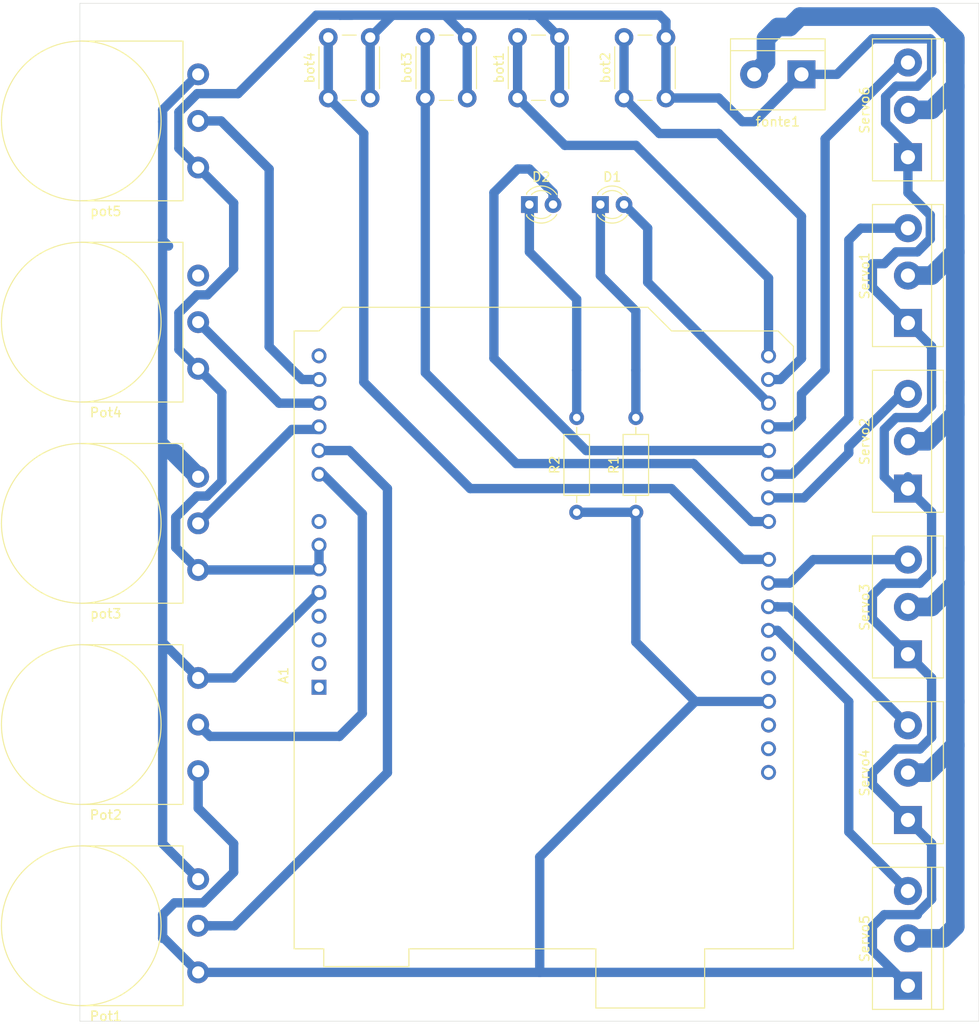
<source format=kicad_pcb>
(kicad_pcb (version 20171130) (host pcbnew "(5.1.10)-1")

  (general
    (thickness 1.6)
    (drawings 4)
    (tracks 261)
    (zones 0)
    (modules 21)
    (nets 34)
  )

  (page A4)
  (layers
    (0 F.Cu signal)
    (31 B.Cu signal)
    (32 B.Adhes user)
    (33 F.Adhes user)
    (34 B.Paste user)
    (35 F.Paste user)
    (36 B.SilkS user)
    (37 F.SilkS user)
    (38 B.Mask user)
    (39 F.Mask user)
    (40 Dwgs.User user)
    (41 Cmts.User user)
    (42 Eco1.User user)
    (43 Eco2.User user)
    (44 Edge.Cuts user)
    (45 Margin user)
    (46 B.CrtYd user)
    (47 F.CrtYd user)
    (48 B.Fab user)
    (49 F.Fab user)
  )

  (setup
    (last_trace_width 1)
    (user_trace_width 1)
    (user_trace_width 2)
    (trace_clearance 0.4)
    (zone_clearance 0.4)
    (zone_45_only no)
    (trace_min 0.2)
    (via_size 0.8)
    (via_drill 0.4)
    (via_min_size 0.4)
    (via_min_drill 0.3)
    (uvia_size 0.3)
    (uvia_drill 0.1)
    (uvias_allowed no)
    (uvia_min_size 0.2)
    (uvia_min_drill 0.1)
    (edge_width 0.05)
    (segment_width 0.2)
    (pcb_text_width 0.3)
    (pcb_text_size 1.5 1.5)
    (mod_edge_width 0.12)
    (mod_text_size 1 1)
    (mod_text_width 0.15)
    (pad_size 1.524 1.524)
    (pad_drill 0.762)
    (pad_to_mask_clearance 0)
    (aux_axis_origin 0 0)
    (visible_elements 7FFFFFFF)
    (pcbplotparams
      (layerselection 0x01040_fffffffe)
      (usegerberextensions false)
      (usegerberattributes true)
      (usegerberadvancedattributes true)
      (creategerberjobfile true)
      (excludeedgelayer true)
      (linewidth 0.100000)
      (plotframeref false)
      (viasonmask false)
      (mode 1)
      (useauxorigin false)
      (hpglpennumber 1)
      (hpglpenspeed 20)
      (hpglpendiameter 15.000000)
      (psnegative false)
      (psa4output false)
      (plotreference true)
      (plotvalue true)
      (plotinvisibletext false)
      (padsonsilk false)
      (subtractmaskfromsilk false)
      (outputformat 1)
      (mirror false)
      (drillshape 0)
      (scaleselection 1)
      (outputdirectory ""))
  )

  (net 0 "")
  (net 1 "Net-(A1-Pad32)")
  (net 2 "Net-(A1-Pad31)")
  (net 3 "Net-(A1-Pad1)")
  (net 4 /D2)
  (net 5 "Net-(A1-Pad2)")
  (net 6 /D3)
  (net 7 "Net-(A1-Pad3)")
  (net 8 /D4)
  (net 9 "Net-(A1-Pad4)")
  (net 10 /D5)
  (net 11 /5V)
  (net 12 /D6)
  (net 13 GND)
  (net 14 "Net-(A1-Pad8)")
  (net 15 /D9)
  (net 16 /A0)
  (net 17 /D10)
  (net 18 /A1)
  (net 19 /D11)
  (net 20 /A2)
  (net 21 "Net-(A1-Pad27)")
  (net 22 /A3)
  (net 23 "Net-(A1-Pad28)")
  (net 24 /A4)
  (net 25 "Net-(A1-Pad30)")
  (net 26 /D1)
  (net 27 /Vin)
  (net 28 /D0)
  (net 29 "Net-(D1-Pad1)")
  (net 30 "Net-(D2-Pad1)")
  (net 31 /D7)
  (net 32 /D8)
  (net 33 "Net-(A1-Pad14)")

  (net_class Default "This is the default net class."
    (clearance 0.4)
    (trace_width 2)
    (via_dia 0.8)
    (via_drill 0.4)
    (uvia_dia 0.3)
    (uvia_drill 0.1)
    (add_net /5V)
    (add_net /A0)
    (add_net /A1)
    (add_net /A2)
    (add_net /A3)
    (add_net /A4)
    (add_net /D0)
    (add_net /D1)
    (add_net /D10)
    (add_net /D11)
    (add_net /D2)
    (add_net /D3)
    (add_net /D4)
    (add_net /D5)
    (add_net /D6)
    (add_net /D7)
    (add_net /D8)
    (add_net /D9)
    (add_net /Vin)
    (add_net GND)
    (add_net "Net-(A1-Pad1)")
    (add_net "Net-(A1-Pad14)")
    (add_net "Net-(A1-Pad2)")
    (add_net "Net-(A1-Pad27)")
    (add_net "Net-(A1-Pad28)")
    (add_net "Net-(A1-Pad3)")
    (add_net "Net-(A1-Pad30)")
    (add_net "Net-(A1-Pad31)")
    (add_net "Net-(A1-Pad32)")
    (add_net "Net-(A1-Pad4)")
    (add_net "Net-(A1-Pad8)")
    (add_net "Net-(D1-Pad1)")
    (add_net "Net-(D2-Pad1)")
  )

  (module Potentiometer_THT:Potentiometer_Omeg_PC16BU_Vertical (layer F.Cu) (tedit 5A3D4993) (tstamp 6186F43E)
    (at 95.25 128.27 180)
    (descr "Potentiometer, vertical, Omeg PC16BU, http://www.omeg.co.uk/pc6bubrc.htm")
    (tags "Potentiometer vertical Omeg PC16BU")
    (path /6182EAF7)
    (fp_text reference Pot1 (at 9.915 -14.7) (layer F.SilkS)
      (effects (font (size 1 1) (thickness 0.15)))
    )
    (fp_text value Conn_01x03_Male (at 9.915 4.7) (layer F.Fab)
      (effects (font (size 1 1) (thickness 0.15)))
    )
    (fp_line (start 21.25 -13.7) (end -1.45 -13.7) (layer F.CrtYd) (width 0.05))
    (fp_line (start 21.25 3.7) (end 21.25 -13.7) (layer F.CrtYd) (width 0.05))
    (fp_line (start -1.45 3.7) (end 21.25 3.7) (layer F.CrtYd) (width 0.05))
    (fp_line (start -1.45 -13.7) (end -1.45 3.7) (layer F.CrtYd) (width 0.05))
    (fp_line (start 1.63 3.57) (end 12.55 3.57) (layer F.SilkS) (width 0.12))
    (fp_line (start 1.63 -13.57) (end 1.63 3.57) (layer F.SilkS) (width 0.12))
    (fp_line (start 1.63 -13.57) (end 12.55 -13.57) (layer F.SilkS) (width 0.12))
    (fp_line (start 1.75 3.45) (end 12.55 3.45) (layer F.Fab) (width 0.1))
    (fp_line (start 1.75 -13.45) (end 1.75 3.45) (layer F.Fab) (width 0.1))
    (fp_line (start 12.55 -13.45) (end 1.75 -13.45) (layer F.Fab) (width 0.1))
    (fp_circle (center 12.55 -5) (end 21.12 -5) (layer F.SilkS) (width 0.12))
    (fp_circle (center 12.55 -5) (end 14.55 -5) (layer F.Fab) (width 0.1))
    (fp_circle (center 12.55 -5) (end 21 -5) (layer F.Fab) (width 0.1))
    (fp_text user %R (at 2.75 -5 90) (layer F.Fab)
      (effects (font (size 1 1) (thickness 0.15)))
    )
    (pad 3 thru_hole circle (at 0 -10 180) (size 2.34 2.34) (drill 1.3) (layers *.Cu *.Mask)
      (net 13 GND))
    (pad 2 thru_hole circle (at 0 -5 180) (size 2.34 2.34) (drill 1.3) (layers *.Cu *.Mask)
      (net 18 /A1))
    (pad 1 thru_hole circle (at 0 0 180) (size 2.34 2.34) (drill 1.3) (layers *.Cu *.Mask)
      (net 11 /5V))
    (model ${KISYS3DMOD}/Potentiometer_THT.3dshapes/Potentiometer_Omeg_PC16BU_Vertical.wrl
      (at (xyz 0 0 0))
      (scale (xyz 1 1 1))
      (rotate (xyz 0 0 0))
    )
  )

  (module Potentiometer_THT:Potentiometer_Omeg_PC16BU_Vertical (layer F.Cu) (tedit 5A3D4993) (tstamp 6186F468)
    (at 95.25 85.09 180)
    (descr "Potentiometer, vertical, Omeg PC16BU, http://www.omeg.co.uk/pc6bubrc.htm")
    (tags "Potentiometer vertical Omeg PC16BU")
    (path /61823587)
    (fp_text reference pot3 (at 9.915 -14.7) (layer F.SilkS)
      (effects (font (size 1 1) (thickness 0.15)))
    )
    (fp_text value Conn_01x03_Male (at 9.915 4.7) (layer F.Fab)
      (effects (font (size 1 1) (thickness 0.15)))
    )
    (fp_circle (center 12.55 -5) (end 21 -5) (layer F.Fab) (width 0.1))
    (fp_circle (center 12.55 -5) (end 14.55 -5) (layer F.Fab) (width 0.1))
    (fp_circle (center 12.55 -5) (end 21.12 -5) (layer F.SilkS) (width 0.12))
    (fp_line (start 12.55 -13.45) (end 1.75 -13.45) (layer F.Fab) (width 0.1))
    (fp_line (start 1.75 -13.45) (end 1.75 3.45) (layer F.Fab) (width 0.1))
    (fp_line (start 1.75 3.45) (end 12.55 3.45) (layer F.Fab) (width 0.1))
    (fp_line (start 1.63 -13.57) (end 12.55 -13.57) (layer F.SilkS) (width 0.12))
    (fp_line (start 1.63 -13.57) (end 1.63 3.57) (layer F.SilkS) (width 0.12))
    (fp_line (start 1.63 3.57) (end 12.55 3.57) (layer F.SilkS) (width 0.12))
    (fp_line (start -1.45 -13.7) (end -1.45 3.7) (layer F.CrtYd) (width 0.05))
    (fp_line (start -1.45 3.7) (end 21.25 3.7) (layer F.CrtYd) (width 0.05))
    (fp_line (start 21.25 3.7) (end 21.25 -13.7) (layer F.CrtYd) (width 0.05))
    (fp_line (start 21.25 -13.7) (end -1.45 -13.7) (layer F.CrtYd) (width 0.05))
    (fp_text user %R (at 2.75 -5 90) (layer F.Fab)
      (effects (font (size 1 1) (thickness 0.15)))
    )
    (pad 1 thru_hole circle (at 0 0 180) (size 2.34 2.34) (drill 1.3) (layers *.Cu *.Mask)
      (net 11 /5V))
    (pad 2 thru_hole circle (at 0 -5 180) (size 2.34 2.34) (drill 1.3) (layers *.Cu *.Mask)
      (net 20 /A2))
    (pad 3 thru_hole circle (at 0 -10 180) (size 2.34 2.34) (drill 1.3) (layers *.Cu *.Mask)
      (net 13 GND))
    (model ${KISYS3DMOD}/Potentiometer_THT.3dshapes/Potentiometer_Omeg_PC16BU_Vertical.wrl
      (at (xyz 0 0 0))
      (scale (xyz 1 1 1))
      (rotate (xyz 0 0 0))
    )
  )

  (module TerminalBlock:TerminalBlock_bornier-3_P5.08mm (layer F.Cu) (tedit 59FF03B9) (tstamp 6186F501)
    (at 171.45 86.36 90)
    (descr "simple 3-pin terminal block, pitch 5.08mm, revamped version of bornier3")
    (tags "terminal block bornier3")
    (path /617DE8A6)
    (fp_text reference Servo2 (at 5.05 -4.65 90) (layer F.SilkS)
      (effects (font (size 1 1) (thickness 0.15)))
    )
    (fp_text value Conn_01x03_Male (at 5.08 5.08 90) (layer F.Fab)
      (effects (font (size 1 1) (thickness 0.15)))
    )
    (fp_line (start 12.88 4) (end -2.72 4) (layer F.CrtYd) (width 0.05))
    (fp_line (start 12.88 4) (end 12.88 -4) (layer F.CrtYd) (width 0.05))
    (fp_line (start -2.72 -4) (end -2.72 4) (layer F.CrtYd) (width 0.05))
    (fp_line (start -2.72 -4) (end 12.88 -4) (layer F.CrtYd) (width 0.05))
    (fp_line (start -2.54 3.81) (end 12.7 3.81) (layer F.SilkS) (width 0.12))
    (fp_line (start -2.54 -3.81) (end 12.7 -3.81) (layer F.SilkS) (width 0.12))
    (fp_line (start -2.54 2.54) (end 12.7 2.54) (layer F.SilkS) (width 0.12))
    (fp_line (start 12.7 3.81) (end 12.7 -3.81) (layer F.SilkS) (width 0.12))
    (fp_line (start -2.54 3.81) (end -2.54 -3.81) (layer F.SilkS) (width 0.12))
    (fp_line (start -2.47 3.75) (end -2.47 -3.75) (layer F.Fab) (width 0.1))
    (fp_line (start 12.63 3.75) (end -2.47 3.75) (layer F.Fab) (width 0.1))
    (fp_line (start 12.63 -3.75) (end 12.63 3.75) (layer F.Fab) (width 0.1))
    (fp_line (start -2.47 -3.75) (end 12.63 -3.75) (layer F.Fab) (width 0.1))
    (fp_line (start -2.47 2.55) (end 12.63 2.55) (layer F.Fab) (width 0.1))
    (fp_text user %R (at 5.08 0 90) (layer F.Fab)
      (effects (font (size 1 1) (thickness 0.15)))
    )
    (pad 1 thru_hole rect (at 0 0 90) (size 3 3) (drill 1.52) (layers *.Cu *.Mask)
      (net 13 GND))
    (pad 2 thru_hole circle (at 5.08 0 90) (size 3 3) (drill 1.52) (layers *.Cu *.Mask)
      (net 27 /Vin))
    (pad 3 thru_hole circle (at 10.16 0 90) (size 3 3) (drill 1.52) (layers *.Cu *.Mask)
      (net 12 /D6))
    (model ${KISYS3DMOD}/TerminalBlock.3dshapes/TerminalBlock_bornier-3_P5.08mm.wrl
      (offset (xyz 5.079999923706055 0 0))
      (scale (xyz 1 1 1))
      (rotate (xyz 0 0 0))
    )
  )

  (module Potentiometer_THT:Potentiometer_Omeg_PC16BU_Vertical (layer F.Cu) (tedit 5A3D4993) (tstamp 6186F492)
    (at 95.25 41.91 180)
    (descr "Potentiometer, vertical, Omeg PC16BU, http://www.omeg.co.uk/pc6bubrc.htm")
    (tags "Potentiometer vertical Omeg PC16BU")
    (path /6182A59D)
    (fp_text reference pot5 (at 9.915 -14.7) (layer F.SilkS)
      (effects (font (size 1 1) (thickness 0.15)))
    )
    (fp_text value Conn_01x03_Male (at 9.915 4.7) (layer F.Fab)
      (effects (font (size 1 1) (thickness 0.15)))
    )
    (fp_circle (center 12.55 -5) (end 21 -5) (layer F.Fab) (width 0.1))
    (fp_circle (center 12.55 -5) (end 14.55 -5) (layer F.Fab) (width 0.1))
    (fp_circle (center 12.55 -5) (end 21.12 -5) (layer F.SilkS) (width 0.12))
    (fp_line (start 12.55 -13.45) (end 1.75 -13.45) (layer F.Fab) (width 0.1))
    (fp_line (start 1.75 -13.45) (end 1.75 3.45) (layer F.Fab) (width 0.1))
    (fp_line (start 1.75 3.45) (end 12.55 3.45) (layer F.Fab) (width 0.1))
    (fp_line (start 1.63 -13.57) (end 12.55 -13.57) (layer F.SilkS) (width 0.12))
    (fp_line (start 1.63 -13.57) (end 1.63 3.57) (layer F.SilkS) (width 0.12))
    (fp_line (start 1.63 3.57) (end 12.55 3.57) (layer F.SilkS) (width 0.12))
    (fp_line (start -1.45 -13.7) (end -1.45 3.7) (layer F.CrtYd) (width 0.05))
    (fp_line (start -1.45 3.7) (end 21.25 3.7) (layer F.CrtYd) (width 0.05))
    (fp_line (start 21.25 3.7) (end 21.25 -13.7) (layer F.CrtYd) (width 0.05))
    (fp_line (start 21.25 -13.7) (end -1.45 -13.7) (layer F.CrtYd) (width 0.05))
    (fp_text user %R (at 2.75 -5 90) (layer F.Fab)
      (effects (font (size 1 1) (thickness 0.15)))
    )
    (pad 1 thru_hole circle (at 0 0 180) (size 2.34 2.34) (drill 1.3) (layers *.Cu *.Mask)
      (net 11 /5V))
    (pad 2 thru_hole circle (at 0 -5 180) (size 2.34 2.34) (drill 1.3) (layers *.Cu *.Mask)
      (net 24 /A4))
    (pad 3 thru_hole circle (at 0 -10 180) (size 2.34 2.34) (drill 1.3) (layers *.Cu *.Mask)
      (net 13 GND))
    (model ${KISYS3DMOD}/Potentiometer_THT.3dshapes/Potentiometer_Omeg_PC16BU_Vertical.wrl
      (at (xyz 0 0 0))
      (scale (xyz 1 1 1))
      (rotate (xyz 0 0 0))
    )
  )

  (module Module:Arduino_UNO_R3 (layer F.Cu) (tedit 58AB60FC) (tstamp 6186F3AF)
    (at 108.225001 107.674999 90)
    (descr "Arduino UNO R3, http://www.mouser.com/pdfdocs/Gravitech_Arduino_Nano3_0.pdf")
    (tags "Arduino UNO R3")
    (path /61791DA7)
    (fp_text reference A1 (at 1.27 -3.81 270) (layer F.SilkS)
      (effects (font (size 1 1) (thickness 0.15)))
    )
    (fp_text value Arduino_UNO_R3 (at 0 22.86 90) (layer F.Fab)
      (effects (font (size 1 1) (thickness 0.15)))
    )
    (fp_line (start -27.94 -2.54) (end 38.1 -2.54) (layer F.Fab) (width 0.1))
    (fp_line (start -27.94 50.8) (end -27.94 -2.54) (layer F.Fab) (width 0.1))
    (fp_line (start 36.58 50.8) (end -27.94 50.8) (layer F.Fab) (width 0.1))
    (fp_line (start 38.1 49.28) (end 36.58 50.8) (layer F.Fab) (width 0.1))
    (fp_line (start 38.1 0) (end 40.64 2.54) (layer F.Fab) (width 0.1))
    (fp_line (start 38.1 -2.54) (end 38.1 0) (layer F.Fab) (width 0.1))
    (fp_line (start 40.64 35.31) (end 38.1 37.85) (layer F.Fab) (width 0.1))
    (fp_line (start 40.64 2.54) (end 40.64 35.31) (layer F.Fab) (width 0.1))
    (fp_line (start 38.1 37.85) (end 38.1 49.28) (layer F.Fab) (width 0.1))
    (fp_line (start -29.84 9.53) (end -29.84 0.64) (layer F.Fab) (width 0.1))
    (fp_line (start -16.51 9.53) (end -29.84 9.53) (layer F.Fab) (width 0.1))
    (fp_line (start -16.51 0.64) (end -16.51 9.53) (layer F.Fab) (width 0.1))
    (fp_line (start -29.84 0.64) (end -16.51 0.64) (layer F.Fab) (width 0.1))
    (fp_line (start -34.29 41.27) (end -34.29 29.84) (layer F.Fab) (width 0.1))
    (fp_line (start -18.41 41.27) (end -34.29 41.27) (layer F.Fab) (width 0.1))
    (fp_line (start -18.41 29.84) (end -18.41 41.27) (layer F.Fab) (width 0.1))
    (fp_line (start -34.29 29.84) (end -18.41 29.84) (layer F.Fab) (width 0.1))
    (fp_line (start 38.23 37.85) (end 40.77 35.31) (layer F.SilkS) (width 0.12))
    (fp_line (start 38.23 49.28) (end 38.23 37.85) (layer F.SilkS) (width 0.12))
    (fp_line (start 36.58 50.93) (end 38.23 49.28) (layer F.SilkS) (width 0.12))
    (fp_line (start -28.07 50.93) (end 36.58 50.93) (layer F.SilkS) (width 0.12))
    (fp_line (start -28.07 41.4) (end -28.07 50.93) (layer F.SilkS) (width 0.12))
    (fp_line (start -34.42 41.4) (end -28.07 41.4) (layer F.SilkS) (width 0.12))
    (fp_line (start -34.42 29.72) (end -34.42 41.4) (layer F.SilkS) (width 0.12))
    (fp_line (start -28.07 29.72) (end -34.42 29.72) (layer F.SilkS) (width 0.12))
    (fp_line (start -28.07 9.65) (end -28.07 29.72) (layer F.SilkS) (width 0.12))
    (fp_line (start -29.97 9.65) (end -28.07 9.65) (layer F.SilkS) (width 0.12))
    (fp_line (start -29.97 0.51) (end -29.97 9.65) (layer F.SilkS) (width 0.12))
    (fp_line (start -28.07 0.51) (end -29.97 0.51) (layer F.SilkS) (width 0.12))
    (fp_line (start -28.07 -2.67) (end -28.07 0.51) (layer F.SilkS) (width 0.12))
    (fp_line (start 38.23 -2.67) (end -28.07 -2.67) (layer F.SilkS) (width 0.12))
    (fp_line (start 38.23 0) (end 38.23 -2.67) (layer F.SilkS) (width 0.12))
    (fp_line (start 40.77 2.54) (end 38.23 0) (layer F.SilkS) (width 0.12))
    (fp_line (start 40.77 35.31) (end 40.77 2.54) (layer F.SilkS) (width 0.12))
    (fp_line (start -28.19 -2.79) (end 38.35 -2.79) (layer F.CrtYd) (width 0.05))
    (fp_line (start -28.19 0.38) (end -28.19 -2.79) (layer F.CrtYd) (width 0.05))
    (fp_line (start -30.1 0.38) (end -28.19 0.38) (layer F.CrtYd) (width 0.05))
    (fp_line (start -30.1 9.78) (end -30.1 0.38) (layer F.CrtYd) (width 0.05))
    (fp_line (start -28.19 9.78) (end -30.1 9.78) (layer F.CrtYd) (width 0.05))
    (fp_line (start -28.19 29.59) (end -28.19 9.78) (layer F.CrtYd) (width 0.05))
    (fp_line (start -34.54 29.59) (end -28.19 29.59) (layer F.CrtYd) (width 0.05))
    (fp_line (start -34.54 41.53) (end -34.54 29.59) (layer F.CrtYd) (width 0.05))
    (fp_line (start -28.19 41.53) (end -34.54 41.53) (layer F.CrtYd) (width 0.05))
    (fp_line (start -28.19 51.05) (end -28.19 41.53) (layer F.CrtYd) (width 0.05))
    (fp_line (start 36.58 51.05) (end -28.19 51.05) (layer F.CrtYd) (width 0.05))
    (fp_line (start 38.35 49.28) (end 36.58 51.05) (layer F.CrtYd) (width 0.05))
    (fp_line (start 38.35 37.85) (end 38.35 49.28) (layer F.CrtYd) (width 0.05))
    (fp_line (start 40.89 35.31) (end 38.35 37.85) (layer F.CrtYd) (width 0.05))
    (fp_line (start 40.89 2.54) (end 40.89 35.31) (layer F.CrtYd) (width 0.05))
    (fp_line (start 38.35 0) (end 40.89 2.54) (layer F.CrtYd) (width 0.05))
    (fp_line (start 38.35 -2.79) (end 38.35 0) (layer F.CrtYd) (width 0.05))
    (fp_text user %R (at 0 20.32 270) (layer F.Fab)
      (effects (font (size 1 1) (thickness 0.15)))
    )
    (pad 32 thru_hole oval (at -9.14 48.26 180) (size 1.6 1.6) (drill 1) (layers *.Cu *.Mask)
      (net 1 "Net-(A1-Pad32)"))
    (pad 31 thru_hole oval (at -6.6 48.26 180) (size 1.6 1.6) (drill 1) (layers *.Cu *.Mask)
      (net 2 "Net-(A1-Pad31)"))
    (pad 1 thru_hole rect (at 0 0 180) (size 1.6 1.6) (drill 1) (layers *.Cu *.Mask)
      (net 3 "Net-(A1-Pad1)"))
    (pad 17 thru_hole oval (at 30.48 48.26 180) (size 1.6 1.6) (drill 1) (layers *.Cu *.Mask)
      (net 4 /D2))
    (pad 2 thru_hole oval (at 2.54 0 180) (size 1.6 1.6) (drill 1) (layers *.Cu *.Mask)
      (net 5 "Net-(A1-Pad2)"))
    (pad 18 thru_hole oval (at 27.94 48.26 180) (size 1.6 1.6) (drill 1) (layers *.Cu *.Mask)
      (net 6 /D3))
    (pad 3 thru_hole oval (at 5.08 0 180) (size 1.6 1.6) (drill 1) (layers *.Cu *.Mask)
      (net 7 "Net-(A1-Pad3)"))
    (pad 19 thru_hole oval (at 25.4 48.26 180) (size 1.6 1.6) (drill 1) (layers *.Cu *.Mask)
      (net 8 /D4))
    (pad 4 thru_hole oval (at 7.62 0 180) (size 1.6 1.6) (drill 1) (layers *.Cu *.Mask)
      (net 9 "Net-(A1-Pad4)"))
    (pad 20 thru_hole oval (at 22.86 48.26 180) (size 1.6 1.6) (drill 1) (layers *.Cu *.Mask)
      (net 10 /D5))
    (pad 5 thru_hole oval (at 10.16 0 180) (size 1.6 1.6) (drill 1) (layers *.Cu *.Mask)
      (net 11 /5V))
    (pad 21 thru_hole oval (at 20.32 48.26 180) (size 1.6 1.6) (drill 1) (layers *.Cu *.Mask)
      (net 12 /D6))
    (pad 6 thru_hole oval (at 12.7 0 180) (size 1.6 1.6) (drill 1) (layers *.Cu *.Mask)
      (net 13 GND))
    (pad 22 thru_hole oval (at 17.78 48.26 180) (size 1.6 1.6) (drill 1) (layers *.Cu *.Mask)
      (net 31 /D7))
    (pad 7 thru_hole oval (at 15.24 0 180) (size 1.6 1.6) (drill 1) (layers *.Cu *.Mask)
      (net 13 GND))
    (pad 23 thru_hole oval (at 13.72 48.26 180) (size 1.6 1.6) (drill 1) (layers *.Cu *.Mask)
      (net 32 /D8))
    (pad 8 thru_hole oval (at 17.78 0 180) (size 1.6 1.6) (drill 1) (layers *.Cu *.Mask)
      (net 14 "Net-(A1-Pad8)"))
    (pad 24 thru_hole oval (at 11.18 48.26 180) (size 1.6 1.6) (drill 1) (layers *.Cu *.Mask)
      (net 15 /D9))
    (pad 9 thru_hole oval (at 22.86 0 180) (size 1.6 1.6) (drill 1) (layers *.Cu *.Mask)
      (net 16 /A0))
    (pad 25 thru_hole oval (at 8.64 48.26 180) (size 1.6 1.6) (drill 1) (layers *.Cu *.Mask)
      (net 17 /D10))
    (pad 10 thru_hole oval (at 25.4 0 180) (size 1.6 1.6) (drill 1) (layers *.Cu *.Mask)
      (net 18 /A1))
    (pad 26 thru_hole oval (at 6.1 48.26 180) (size 1.6 1.6) (drill 1) (layers *.Cu *.Mask)
      (net 19 /D11))
    (pad 11 thru_hole oval (at 27.94 0 180) (size 1.6 1.6) (drill 1) (layers *.Cu *.Mask)
      (net 20 /A2))
    (pad 27 thru_hole oval (at 3.56 48.26 180) (size 1.6 1.6) (drill 1) (layers *.Cu *.Mask)
      (net 21 "Net-(A1-Pad27)"))
    (pad 12 thru_hole oval (at 30.48 0 180) (size 1.6 1.6) (drill 1) (layers *.Cu *.Mask)
      (net 22 /A3))
    (pad 28 thru_hole oval (at 1.02 48.26 180) (size 1.6 1.6) (drill 1) (layers *.Cu *.Mask)
      (net 23 "Net-(A1-Pad28)"))
    (pad 13 thru_hole oval (at 33.02 0 180) (size 1.6 1.6) (drill 1) (layers *.Cu *.Mask)
      (net 24 /A4))
    (pad 29 thru_hole oval (at -1.52 48.26 180) (size 1.6 1.6) (drill 1) (layers *.Cu *.Mask)
      (net 13 GND))
    (pad 14 thru_hole oval (at 35.56 0 180) (size 1.6 1.6) (drill 1) (layers *.Cu *.Mask)
      (net 33 "Net-(A1-Pad14)"))
    (pad 30 thru_hole oval (at -4.06 48.26 180) (size 1.6 1.6) (drill 1) (layers *.Cu *.Mask)
      (net 25 "Net-(A1-Pad30)"))
    (pad 15 thru_hole oval (at 35.56 48.26 180) (size 1.6 1.6) (drill 1) (layers *.Cu *.Mask)
      (net 28 /D0))
    (pad 16 thru_hole oval (at 33.02 48.26 180) (size 1.6 1.6) (drill 1) (layers *.Cu *.Mask)
      (net 26 /D1))
    (model ${KISYS3DMOD}/Module.3dshapes/Arduino_UNO_R3.wrl
      (at (xyz 0 0 0))
      (scale (xyz 1 1 1))
      (rotate (xyz 0 0 0))
    )
  )

  (module Button_Switch_THT:SW_PUSH_6mm (layer F.Cu) (tedit 5A02FE31) (tstamp 6186F3CE)
    (at 129.54 44.45 90)
    (descr https://www.omron.com/ecb/products/pdf/en-b3f.pdf)
    (tags "tact sw push 6mm")
    (path /6181DC70)
    (fp_text reference bot1 (at 3.25 -2 90) (layer F.SilkS)
      (effects (font (size 1 1) (thickness 0.15)))
    )
    (fp_text value Conn_01x02_Male (at 3.75 6.7 90) (layer F.Fab)
      (effects (font (size 1 1) (thickness 0.15)))
    )
    (fp_circle (center 3.25 2.25) (end 1.25 2.5) (layer F.Fab) (width 0.1))
    (fp_line (start 6.75 3) (end 6.75 1.5) (layer F.SilkS) (width 0.12))
    (fp_line (start 5.5 -1) (end 1 -1) (layer F.SilkS) (width 0.12))
    (fp_line (start -0.25 1.5) (end -0.25 3) (layer F.SilkS) (width 0.12))
    (fp_line (start 1 5.5) (end 5.5 5.5) (layer F.SilkS) (width 0.12))
    (fp_line (start 8 -1.25) (end 8 5.75) (layer F.CrtYd) (width 0.05))
    (fp_line (start 7.75 6) (end -1.25 6) (layer F.CrtYd) (width 0.05))
    (fp_line (start -1.5 5.75) (end -1.5 -1.25) (layer F.CrtYd) (width 0.05))
    (fp_line (start -1.25 -1.5) (end 7.75 -1.5) (layer F.CrtYd) (width 0.05))
    (fp_line (start -1.5 6) (end -1.25 6) (layer F.CrtYd) (width 0.05))
    (fp_line (start -1.5 5.75) (end -1.5 6) (layer F.CrtYd) (width 0.05))
    (fp_line (start -1.5 -1.5) (end -1.25 -1.5) (layer F.CrtYd) (width 0.05))
    (fp_line (start -1.5 -1.25) (end -1.5 -1.5) (layer F.CrtYd) (width 0.05))
    (fp_line (start 8 -1.5) (end 8 -1.25) (layer F.CrtYd) (width 0.05))
    (fp_line (start 7.75 -1.5) (end 8 -1.5) (layer F.CrtYd) (width 0.05))
    (fp_line (start 8 6) (end 8 5.75) (layer F.CrtYd) (width 0.05))
    (fp_line (start 7.75 6) (end 8 6) (layer F.CrtYd) (width 0.05))
    (fp_line (start 0.25 -0.75) (end 3.25 -0.75) (layer F.Fab) (width 0.1))
    (fp_line (start 0.25 5.25) (end 0.25 -0.75) (layer F.Fab) (width 0.1))
    (fp_line (start 6.25 5.25) (end 0.25 5.25) (layer F.Fab) (width 0.1))
    (fp_line (start 6.25 -0.75) (end 6.25 5.25) (layer F.Fab) (width 0.1))
    (fp_line (start 3.25 -0.75) (end 6.25 -0.75) (layer F.Fab) (width 0.1))
    (fp_text user %R (at 3.25 2.25 90) (layer F.Fab)
      (effects (font (size 1 1) (thickness 0.15)))
    )
    (pad 2 thru_hole circle (at 0 4.5 180) (size 2 2) (drill 1.1) (layers *.Cu *.Mask)
      (net 13 GND))
    (pad 1 thru_hole circle (at 0 0 180) (size 2 2) (drill 1.1) (layers *.Cu *.Mask)
      (net 28 /D0))
    (pad 2 thru_hole circle (at 6.5 4.5 180) (size 2 2) (drill 1.1) (layers *.Cu *.Mask)
      (net 13 GND))
    (pad 1 thru_hole circle (at 6.5 0 180) (size 2 2) (drill 1.1) (layers *.Cu *.Mask)
      (net 28 /D0))
    (model ${KISYS3DMOD}/Button_Switch_THT.3dshapes/SW_PUSH_6mm.wrl
      (at (xyz 0 0 0))
      (scale (xyz 1 1 1))
      (rotate (xyz 0 0 0))
    )
  )

  (module Button_Switch_THT:SW_PUSH_6mm (layer F.Cu) (tedit 5A02FE31) (tstamp 6186F3ED)
    (at 140.97 44.45 90)
    (descr https://www.omron.com/ecb/products/pdf/en-b3f.pdf)
    (tags "tact sw push 6mm")
    (path /61820EC3)
    (fp_text reference bot2 (at 3.25 -2 90) (layer F.SilkS)
      (effects (font (size 1 1) (thickness 0.15)))
    )
    (fp_text value Conn_01x02_Male (at 3.75 6.7 90) (layer F.Fab)
      (effects (font (size 1 1) (thickness 0.15)))
    )
    (fp_line (start 3.25 -0.75) (end 6.25 -0.75) (layer F.Fab) (width 0.1))
    (fp_line (start 6.25 -0.75) (end 6.25 5.25) (layer F.Fab) (width 0.1))
    (fp_line (start 6.25 5.25) (end 0.25 5.25) (layer F.Fab) (width 0.1))
    (fp_line (start 0.25 5.25) (end 0.25 -0.75) (layer F.Fab) (width 0.1))
    (fp_line (start 0.25 -0.75) (end 3.25 -0.75) (layer F.Fab) (width 0.1))
    (fp_line (start 7.75 6) (end 8 6) (layer F.CrtYd) (width 0.05))
    (fp_line (start 8 6) (end 8 5.75) (layer F.CrtYd) (width 0.05))
    (fp_line (start 7.75 -1.5) (end 8 -1.5) (layer F.CrtYd) (width 0.05))
    (fp_line (start 8 -1.5) (end 8 -1.25) (layer F.CrtYd) (width 0.05))
    (fp_line (start -1.5 -1.25) (end -1.5 -1.5) (layer F.CrtYd) (width 0.05))
    (fp_line (start -1.5 -1.5) (end -1.25 -1.5) (layer F.CrtYd) (width 0.05))
    (fp_line (start -1.5 5.75) (end -1.5 6) (layer F.CrtYd) (width 0.05))
    (fp_line (start -1.5 6) (end -1.25 6) (layer F.CrtYd) (width 0.05))
    (fp_line (start -1.25 -1.5) (end 7.75 -1.5) (layer F.CrtYd) (width 0.05))
    (fp_line (start -1.5 5.75) (end -1.5 -1.25) (layer F.CrtYd) (width 0.05))
    (fp_line (start 7.75 6) (end -1.25 6) (layer F.CrtYd) (width 0.05))
    (fp_line (start 8 -1.25) (end 8 5.75) (layer F.CrtYd) (width 0.05))
    (fp_line (start 1 5.5) (end 5.5 5.5) (layer F.SilkS) (width 0.12))
    (fp_line (start -0.25 1.5) (end -0.25 3) (layer F.SilkS) (width 0.12))
    (fp_line (start 5.5 -1) (end 1 -1) (layer F.SilkS) (width 0.12))
    (fp_line (start 6.75 3) (end 6.75 1.5) (layer F.SilkS) (width 0.12))
    (fp_circle (center 3.25 2.25) (end 1.25 2.5) (layer F.Fab) (width 0.1))
    (fp_text user %R (at 3.25 2.25 90) (layer F.Fab)
      (effects (font (size 1 1) (thickness 0.15)))
    )
    (pad 1 thru_hole circle (at 6.5 0 180) (size 2 2) (drill 1.1) (layers *.Cu *.Mask)
      (net 26 /D1))
    (pad 2 thru_hole circle (at 6.5 4.5 180) (size 2 2) (drill 1.1) (layers *.Cu *.Mask)
      (net 13 GND))
    (pad 1 thru_hole circle (at 0 0 180) (size 2 2) (drill 1.1) (layers *.Cu *.Mask)
      (net 26 /D1))
    (pad 2 thru_hole circle (at 0 4.5 180) (size 2 2) (drill 1.1) (layers *.Cu *.Mask)
      (net 13 GND))
    (model ${KISYS3DMOD}/Button_Switch_THT.3dshapes/SW_PUSH_6mm.wrl
      (at (xyz 0 0 0))
      (scale (xyz 1 1 1))
      (rotate (xyz 0 0 0))
    )
  )

  (module LED_THT:LED_D3.0mm (layer F.Cu) (tedit 587A3A7B) (tstamp 6186F400)
    (at 138.43 55.88)
    (descr "LED, diameter 3.0mm, 2 pins")
    (tags "LED diameter 3.0mm 2 pins")
    (path /6179A4D0)
    (fp_text reference D1 (at 1.27 -2.96) (layer F.SilkS)
      (effects (font (size 1 1) (thickness 0.15)))
    )
    (fp_text value LED (at 1.27 2.96) (layer F.Fab)
      (effects (font (size 1 1) (thickness 0.15)))
    )
    (fp_circle (center 1.27 0) (end 2.77 0) (layer F.Fab) (width 0.1))
    (fp_line (start -0.23 -1.16619) (end -0.23 1.16619) (layer F.Fab) (width 0.1))
    (fp_line (start -0.29 -1.236) (end -0.29 -1.08) (layer F.SilkS) (width 0.12))
    (fp_line (start -0.29 1.08) (end -0.29 1.236) (layer F.SilkS) (width 0.12))
    (fp_line (start -1.15 -2.25) (end -1.15 2.25) (layer F.CrtYd) (width 0.05))
    (fp_line (start -1.15 2.25) (end 3.7 2.25) (layer F.CrtYd) (width 0.05))
    (fp_line (start 3.7 2.25) (end 3.7 -2.25) (layer F.CrtYd) (width 0.05))
    (fp_line (start 3.7 -2.25) (end -1.15 -2.25) (layer F.CrtYd) (width 0.05))
    (fp_arc (start 1.27 0) (end 0.229039 1.08) (angle -87.9) (layer F.SilkS) (width 0.12))
    (fp_arc (start 1.27 0) (end 0.229039 -1.08) (angle 87.9) (layer F.SilkS) (width 0.12))
    (fp_arc (start 1.27 0) (end -0.29 1.235516) (angle -108.8) (layer F.SilkS) (width 0.12))
    (fp_arc (start 1.27 0) (end -0.29 -1.235516) (angle 108.8) (layer F.SilkS) (width 0.12))
    (fp_arc (start 1.27 0) (end -0.23 -1.16619) (angle 284.3) (layer F.Fab) (width 0.1))
    (pad 2 thru_hole circle (at 2.54 0) (size 1.8 1.8) (drill 0.9) (layers *.Cu *.Mask)
      (net 4 /D2))
    (pad 1 thru_hole rect (at 0 0) (size 1.8 1.8) (drill 0.9) (layers *.Cu *.Mask)
      (net 29 "Net-(D1-Pad1)"))
    (model ${KISYS3DMOD}/LED_THT.3dshapes/LED_D3.0mm.wrl
      (at (xyz 0 0 0))
      (scale (xyz 1 1 1))
      (rotate (xyz 0 0 0))
    )
  )

  (module LED_THT:LED_D3.0mm (layer F.Cu) (tedit 587A3A7B) (tstamp 6186F413)
    (at 130.81 55.88)
    (descr "LED, diameter 3.0mm, 2 pins")
    (tags "LED diameter 3.0mm 2 pins")
    (path /61799A0E)
    (fp_text reference D2 (at 1.27 -2.96) (layer F.SilkS)
      (effects (font (size 1 1) (thickness 0.15)))
    )
    (fp_text value LED (at 1.27 2.96) (layer F.Fab)
      (effects (font (size 1 1) (thickness 0.15)))
    )
    (fp_line (start 3.7 -2.25) (end -1.15 -2.25) (layer F.CrtYd) (width 0.05))
    (fp_line (start 3.7 2.25) (end 3.7 -2.25) (layer F.CrtYd) (width 0.05))
    (fp_line (start -1.15 2.25) (end 3.7 2.25) (layer F.CrtYd) (width 0.05))
    (fp_line (start -1.15 -2.25) (end -1.15 2.25) (layer F.CrtYd) (width 0.05))
    (fp_line (start -0.29 1.08) (end -0.29 1.236) (layer F.SilkS) (width 0.12))
    (fp_line (start -0.29 -1.236) (end -0.29 -1.08) (layer F.SilkS) (width 0.12))
    (fp_line (start -0.23 -1.16619) (end -0.23 1.16619) (layer F.Fab) (width 0.1))
    (fp_circle (center 1.27 0) (end 2.77 0) (layer F.Fab) (width 0.1))
    (fp_arc (start 1.27 0) (end -0.23 -1.16619) (angle 284.3) (layer F.Fab) (width 0.1))
    (fp_arc (start 1.27 0) (end -0.29 -1.235516) (angle 108.8) (layer F.SilkS) (width 0.12))
    (fp_arc (start 1.27 0) (end -0.29 1.235516) (angle -108.8) (layer F.SilkS) (width 0.12))
    (fp_arc (start 1.27 0) (end 0.229039 -1.08) (angle 87.9) (layer F.SilkS) (width 0.12))
    (fp_arc (start 1.27 0) (end 0.229039 1.08) (angle -87.9) (layer F.SilkS) (width 0.12))
    (pad 1 thru_hole rect (at 0 0) (size 1.8 1.8) (drill 0.9) (layers *.Cu *.Mask)
      (net 30 "Net-(D2-Pad1)"))
    (pad 2 thru_hole circle (at 2.54 0) (size 1.8 1.8) (drill 0.9) (layers *.Cu *.Mask)
      (net 8 /D4))
    (model ${KISYS3DMOD}/LED_THT.3dshapes/LED_D3.0mm.wrl
      (at (xyz 0 0 0))
      (scale (xyz 1 1 1))
      (rotate (xyz 0 0 0))
    )
  )

  (module Potentiometer_THT:Potentiometer_Omeg_PC16BU_Vertical (layer F.Cu) (tedit 5A3D4993) (tstamp 6186F453)
    (at 95.25 106.68 180)
    (descr "Potentiometer, vertical, Omeg PC16BU, http://www.omeg.co.uk/pc6bubrc.htm")
    (tags "Potentiometer vertical Omeg PC16BU")
    (path /61821401)
    (fp_text reference Pot2 (at 9.915 -14.7) (layer F.SilkS)
      (effects (font (size 1 1) (thickness 0.15)))
    )
    (fp_text value Conn_01x03_Male (at 9.915 4.7) (layer F.Fab)
      (effects (font (size 1 1) (thickness 0.15)))
    )
    (fp_line (start 21.25 -13.7) (end -1.45 -13.7) (layer F.CrtYd) (width 0.05))
    (fp_line (start 21.25 3.7) (end 21.25 -13.7) (layer F.CrtYd) (width 0.05))
    (fp_line (start -1.45 3.7) (end 21.25 3.7) (layer F.CrtYd) (width 0.05))
    (fp_line (start -1.45 -13.7) (end -1.45 3.7) (layer F.CrtYd) (width 0.05))
    (fp_line (start 1.63 3.57) (end 12.55 3.57) (layer F.SilkS) (width 0.12))
    (fp_line (start 1.63 -13.57) (end 1.63 3.57) (layer F.SilkS) (width 0.12))
    (fp_line (start 1.63 -13.57) (end 12.55 -13.57) (layer F.SilkS) (width 0.12))
    (fp_line (start 1.75 3.45) (end 12.55 3.45) (layer F.Fab) (width 0.1))
    (fp_line (start 1.75 -13.45) (end 1.75 3.45) (layer F.Fab) (width 0.1))
    (fp_line (start 12.55 -13.45) (end 1.75 -13.45) (layer F.Fab) (width 0.1))
    (fp_circle (center 12.55 -5) (end 21.12 -5) (layer F.SilkS) (width 0.12))
    (fp_circle (center 12.55 -5) (end 14.55 -5) (layer F.Fab) (width 0.1))
    (fp_circle (center 12.55 -5) (end 21 -5) (layer F.Fab) (width 0.1))
    (fp_text user %R (at 2.75 -5 90) (layer F.Fab)
      (effects (font (size 1 1) (thickness 0.15)))
    )
    (pad 3 thru_hole circle (at 0 -10 180) (size 2.34 2.34) (drill 1.3) (layers *.Cu *.Mask)
      (net 13 GND))
    (pad 2 thru_hole circle (at 0 -5 180) (size 2.34 2.34) (drill 1.3) (layers *.Cu *.Mask)
      (net 16 /A0))
    (pad 1 thru_hole circle (at 0 0 180) (size 2.34 2.34) (drill 1.3) (layers *.Cu *.Mask)
      (net 11 /5V))
    (model ${KISYS3DMOD}/Potentiometer_THT.3dshapes/Potentiometer_Omeg_PC16BU_Vertical.wrl
      (at (xyz 0 0 0))
      (scale (xyz 1 1 1))
      (rotate (xyz 0 0 0))
    )
  )

  (module Potentiometer_THT:Potentiometer_Omeg_PC16BU_Vertical (layer F.Cu) (tedit 5A3D4993) (tstamp 6186F47D)
    (at 95.25 63.5 180)
    (descr "Potentiometer, vertical, Omeg PC16BU, http://www.omeg.co.uk/pc6bubrc.htm")
    (tags "Potentiometer vertical Omeg PC16BU")
    (path /618283C8)
    (fp_text reference Pot4 (at 9.915 -14.7) (layer F.SilkS)
      (effects (font (size 1 1) (thickness 0.15)))
    )
    (fp_text value Conn_01x03_Male (at 9.915 4.7) (layer F.Fab)
      (effects (font (size 1 1) (thickness 0.15)))
    )
    (fp_line (start 21.25 -13.7) (end -1.45 -13.7) (layer F.CrtYd) (width 0.05))
    (fp_line (start 21.25 3.7) (end 21.25 -13.7) (layer F.CrtYd) (width 0.05))
    (fp_line (start -1.45 3.7) (end 21.25 3.7) (layer F.CrtYd) (width 0.05))
    (fp_line (start -1.45 -13.7) (end -1.45 3.7) (layer F.CrtYd) (width 0.05))
    (fp_line (start 1.63 3.57) (end 12.55 3.57) (layer F.SilkS) (width 0.12))
    (fp_line (start 1.63 -13.57) (end 1.63 3.57) (layer F.SilkS) (width 0.12))
    (fp_line (start 1.63 -13.57) (end 12.55 -13.57) (layer F.SilkS) (width 0.12))
    (fp_line (start 1.75 3.45) (end 12.55 3.45) (layer F.Fab) (width 0.1))
    (fp_line (start 1.75 -13.45) (end 1.75 3.45) (layer F.Fab) (width 0.1))
    (fp_line (start 12.55 -13.45) (end 1.75 -13.45) (layer F.Fab) (width 0.1))
    (fp_circle (center 12.55 -5) (end 21.12 -5) (layer F.SilkS) (width 0.12))
    (fp_circle (center 12.55 -5) (end 14.55 -5) (layer F.Fab) (width 0.1))
    (fp_circle (center 12.55 -5) (end 21 -5) (layer F.Fab) (width 0.1))
    (fp_text user %R (at 2.75 -5 90) (layer F.Fab)
      (effects (font (size 1 1) (thickness 0.15)))
    )
    (pad 3 thru_hole circle (at 0 -10 180) (size 2.34 2.34) (drill 1.3) (layers *.Cu *.Mask)
      (net 13 GND))
    (pad 2 thru_hole circle (at 0 -5 180) (size 2.34 2.34) (drill 1.3) (layers *.Cu *.Mask)
      (net 22 /A3))
    (pad 1 thru_hole circle (at 0 0 180) (size 2.34 2.34) (drill 1.3) (layers *.Cu *.Mask)
      (net 11 /5V))
    (model ${KISYS3DMOD}/Potentiometer_THT.3dshapes/Potentiometer_Omeg_PC16BU_Vertical.wrl
      (at (xyz 0 0 0))
      (scale (xyz 1 1 1))
      (rotate (xyz 0 0 0))
    )
  )

  (module Resistor_THT:R_Axial_DIN0207_L6.3mm_D2.5mm_P10.16mm_Horizontal (layer F.Cu) (tedit 5AE5139B) (tstamp 6186F4BE)
    (at 142.24 88.9 90)
    (descr "Resistor, Axial_DIN0207 series, Axial, Horizontal, pin pitch=10.16mm, 0.25W = 1/4W, length*diameter=6.3*2.5mm^2, http://cdn-reichelt.de/documents/datenblatt/B400/1_4W%23YAG.pdf")
    (tags "Resistor Axial_DIN0207 series Axial Horizontal pin pitch 10.16mm 0.25W = 1/4W length 6.3mm diameter 2.5mm")
    (path /6179B844)
    (fp_text reference R1 (at 5.08 -2.37 90) (layer F.SilkS)
      (effects (font (size 1 1) (thickness 0.15)))
    )
    (fp_text value R (at 5.08 2.37 90) (layer F.Fab)
      (effects (font (size 1 1) (thickness 0.15)))
    )
    (fp_line (start 1.93 -1.25) (end 1.93 1.25) (layer F.Fab) (width 0.1))
    (fp_line (start 1.93 1.25) (end 8.23 1.25) (layer F.Fab) (width 0.1))
    (fp_line (start 8.23 1.25) (end 8.23 -1.25) (layer F.Fab) (width 0.1))
    (fp_line (start 8.23 -1.25) (end 1.93 -1.25) (layer F.Fab) (width 0.1))
    (fp_line (start 0 0) (end 1.93 0) (layer F.Fab) (width 0.1))
    (fp_line (start 10.16 0) (end 8.23 0) (layer F.Fab) (width 0.1))
    (fp_line (start 1.81 -1.37) (end 1.81 1.37) (layer F.SilkS) (width 0.12))
    (fp_line (start 1.81 1.37) (end 8.35 1.37) (layer F.SilkS) (width 0.12))
    (fp_line (start 8.35 1.37) (end 8.35 -1.37) (layer F.SilkS) (width 0.12))
    (fp_line (start 8.35 -1.37) (end 1.81 -1.37) (layer F.SilkS) (width 0.12))
    (fp_line (start 1.04 0) (end 1.81 0) (layer F.SilkS) (width 0.12))
    (fp_line (start 9.12 0) (end 8.35 0) (layer F.SilkS) (width 0.12))
    (fp_line (start -1.05 -1.5) (end -1.05 1.5) (layer F.CrtYd) (width 0.05))
    (fp_line (start -1.05 1.5) (end 11.21 1.5) (layer F.CrtYd) (width 0.05))
    (fp_line (start 11.21 1.5) (end 11.21 -1.5) (layer F.CrtYd) (width 0.05))
    (fp_line (start 11.21 -1.5) (end -1.05 -1.5) (layer F.CrtYd) (width 0.05))
    (fp_text user %R (at 5.08 0 90) (layer F.Fab)
      (effects (font (size 1 1) (thickness 0.15)))
    )
    (pad 2 thru_hole oval (at 10.16 0 90) (size 1.6 1.6) (drill 0.8) (layers *.Cu *.Mask)
      (net 29 "Net-(D1-Pad1)"))
    (pad 1 thru_hole circle (at 0 0 90) (size 1.6 1.6) (drill 0.8) (layers *.Cu *.Mask)
      (net 13 GND))
    (model ${KISYS3DMOD}/Resistor_THT.3dshapes/R_Axial_DIN0207_L6.3mm_D2.5mm_P10.16mm_Horizontal.wrl
      (at (xyz 0 0 0))
      (scale (xyz 1 1 1))
      (rotate (xyz 0 0 0))
    )
  )

  (module Resistor_THT:R_Axial_DIN0207_L6.3mm_D2.5mm_P10.16mm_Horizontal (layer F.Cu) (tedit 5AE5139B) (tstamp 6186F4D5)
    (at 135.89 88.9 90)
    (descr "Resistor, Axial_DIN0207 series, Axial, Horizontal, pin pitch=10.16mm, 0.25W = 1/4W, length*diameter=6.3*2.5mm^2, http://cdn-reichelt.de/documents/datenblatt/B400/1_4W%23YAG.pdf")
    (tags "Resistor Axial_DIN0207 series Axial Horizontal pin pitch 10.16mm 0.25W = 1/4W length 6.3mm diameter 2.5mm")
    (path /6179CCC0)
    (fp_text reference R2 (at 5.08 -2.37 90) (layer F.SilkS)
      (effects (font (size 1 1) (thickness 0.15)))
    )
    (fp_text value R (at 5.08 2.37 90) (layer F.Fab)
      (effects (font (size 1 1) (thickness 0.15)))
    )
    (fp_line (start 11.21 -1.5) (end -1.05 -1.5) (layer F.CrtYd) (width 0.05))
    (fp_line (start 11.21 1.5) (end 11.21 -1.5) (layer F.CrtYd) (width 0.05))
    (fp_line (start -1.05 1.5) (end 11.21 1.5) (layer F.CrtYd) (width 0.05))
    (fp_line (start -1.05 -1.5) (end -1.05 1.5) (layer F.CrtYd) (width 0.05))
    (fp_line (start 9.12 0) (end 8.35 0) (layer F.SilkS) (width 0.12))
    (fp_line (start 1.04 0) (end 1.81 0) (layer F.SilkS) (width 0.12))
    (fp_line (start 8.35 -1.37) (end 1.81 -1.37) (layer F.SilkS) (width 0.12))
    (fp_line (start 8.35 1.37) (end 8.35 -1.37) (layer F.SilkS) (width 0.12))
    (fp_line (start 1.81 1.37) (end 8.35 1.37) (layer F.SilkS) (width 0.12))
    (fp_line (start 1.81 -1.37) (end 1.81 1.37) (layer F.SilkS) (width 0.12))
    (fp_line (start 10.16 0) (end 8.23 0) (layer F.Fab) (width 0.1))
    (fp_line (start 0 0) (end 1.93 0) (layer F.Fab) (width 0.1))
    (fp_line (start 8.23 -1.25) (end 1.93 -1.25) (layer F.Fab) (width 0.1))
    (fp_line (start 8.23 1.25) (end 8.23 -1.25) (layer F.Fab) (width 0.1))
    (fp_line (start 1.93 1.25) (end 8.23 1.25) (layer F.Fab) (width 0.1))
    (fp_line (start 1.93 -1.25) (end 1.93 1.25) (layer F.Fab) (width 0.1))
    (fp_text user %R (at 5.08 0 90) (layer F.Fab)
      (effects (font (size 1 1) (thickness 0.15)))
    )
    (pad 1 thru_hole circle (at 0 0 90) (size 1.6 1.6) (drill 0.8) (layers *.Cu *.Mask)
      (net 13 GND))
    (pad 2 thru_hole oval (at 10.16 0 90) (size 1.6 1.6) (drill 0.8) (layers *.Cu *.Mask)
      (net 30 "Net-(D2-Pad1)"))
    (model ${KISYS3DMOD}/Resistor_THT.3dshapes/R_Axial_DIN0207_L6.3mm_D2.5mm_P10.16mm_Horizontal.wrl
      (at (xyz 0 0 0))
      (scale (xyz 1 1 1))
      (rotate (xyz 0 0 0))
    )
  )

  (module TerminalBlock:TerminalBlock_bornier-3_P5.08mm (layer F.Cu) (tedit 59FF03B9) (tstamp 6186F4EB)
    (at 171.45 68.58 90)
    (descr "simple 3-pin terminal block, pitch 5.08mm, revamped version of bornier3")
    (tags "terminal block bornier3")
    (path /617DA299)
    (fp_text reference Servo1 (at 5.05 -4.65 90) (layer F.SilkS)
      (effects (font (size 1 1) (thickness 0.15)))
    )
    (fp_text value Conn_01x03_Male (at 5.08 5.08 90) (layer F.Fab)
      (effects (font (size 1 1) (thickness 0.15)))
    )
    (fp_line (start -2.47 2.55) (end 12.63 2.55) (layer F.Fab) (width 0.1))
    (fp_line (start -2.47 -3.75) (end 12.63 -3.75) (layer F.Fab) (width 0.1))
    (fp_line (start 12.63 -3.75) (end 12.63 3.75) (layer F.Fab) (width 0.1))
    (fp_line (start 12.63 3.75) (end -2.47 3.75) (layer F.Fab) (width 0.1))
    (fp_line (start -2.47 3.75) (end -2.47 -3.75) (layer F.Fab) (width 0.1))
    (fp_line (start -2.54 3.81) (end -2.54 -3.81) (layer F.SilkS) (width 0.12))
    (fp_line (start 12.7 3.81) (end 12.7 -3.81) (layer F.SilkS) (width 0.12))
    (fp_line (start -2.54 2.54) (end 12.7 2.54) (layer F.SilkS) (width 0.12))
    (fp_line (start -2.54 -3.81) (end 12.7 -3.81) (layer F.SilkS) (width 0.12))
    (fp_line (start -2.54 3.81) (end 12.7 3.81) (layer F.SilkS) (width 0.12))
    (fp_line (start -2.72 -4) (end 12.88 -4) (layer F.CrtYd) (width 0.05))
    (fp_line (start -2.72 -4) (end -2.72 4) (layer F.CrtYd) (width 0.05))
    (fp_line (start 12.88 4) (end 12.88 -4) (layer F.CrtYd) (width 0.05))
    (fp_line (start 12.88 4) (end -2.72 4) (layer F.CrtYd) (width 0.05))
    (fp_text user %R (at 5.08 0 270) (layer F.Fab)
      (effects (font (size 1 1) (thickness 0.15)))
    )
    (pad 3 thru_hole circle (at 10.16 0 90) (size 3 3) (drill 1.52) (layers *.Cu *.Mask)
      (net 10 /D5))
    (pad 2 thru_hole circle (at 5.08 0 90) (size 3 3) (drill 1.52) (layers *.Cu *.Mask)
      (net 27 /Vin))
    (pad 1 thru_hole rect (at 0 0 90) (size 3 3) (drill 1.52) (layers *.Cu *.Mask)
      (net 13 GND))
    (model ${KISYS3DMOD}/TerminalBlock.3dshapes/TerminalBlock_bornier-3_P5.08mm.wrl
      (offset (xyz 5.079999923706055 0 0))
      (scale (xyz 1 1 1))
      (rotate (xyz 0 0 0))
    )
  )

  (module TerminalBlock:TerminalBlock_bornier-3_P5.08mm (layer F.Cu) (tedit 59FF03B9) (tstamp 6186F517)
    (at 171.45 104.14 90)
    (descr "simple 3-pin terminal block, pitch 5.08mm, revamped version of bornier3")
    (tags "terminal block bornier3")
    (path /617E5A8B)
    (fp_text reference Servo3 (at 5.05 -4.65 90) (layer F.SilkS)
      (effects (font (size 1 1) (thickness 0.15)))
    )
    (fp_text value Conn_01x03_Male (at 5.08 5.08 90) (layer F.Fab)
      (effects (font (size 1 1) (thickness 0.15)))
    )
    (fp_line (start -2.47 2.55) (end 12.63 2.55) (layer F.Fab) (width 0.1))
    (fp_line (start -2.47 -3.75) (end 12.63 -3.75) (layer F.Fab) (width 0.1))
    (fp_line (start 12.63 -3.75) (end 12.63 3.75) (layer F.Fab) (width 0.1))
    (fp_line (start 12.63 3.75) (end -2.47 3.75) (layer F.Fab) (width 0.1))
    (fp_line (start -2.47 3.75) (end -2.47 -3.75) (layer F.Fab) (width 0.1))
    (fp_line (start -2.54 3.81) (end -2.54 -3.81) (layer F.SilkS) (width 0.12))
    (fp_line (start 12.7 3.81) (end 12.7 -3.81) (layer F.SilkS) (width 0.12))
    (fp_line (start -2.54 2.54) (end 12.7 2.54) (layer F.SilkS) (width 0.12))
    (fp_line (start -2.54 -3.81) (end 12.7 -3.81) (layer F.SilkS) (width 0.12))
    (fp_line (start -2.54 3.81) (end 12.7 3.81) (layer F.SilkS) (width 0.12))
    (fp_line (start -2.72 -4) (end 12.88 -4) (layer F.CrtYd) (width 0.05))
    (fp_line (start -2.72 -4) (end -2.72 4) (layer F.CrtYd) (width 0.05))
    (fp_line (start 12.88 4) (end 12.88 -4) (layer F.CrtYd) (width 0.05))
    (fp_line (start 12.88 4) (end -2.72 4) (layer F.CrtYd) (width 0.05))
    (fp_text user %R (at 5.08 0 90) (layer F.Fab)
      (effects (font (size 1 1) (thickness 0.15)))
    )
    (pad 3 thru_hole circle (at 10.16 0 90) (size 3 3) (drill 1.52) (layers *.Cu *.Mask)
      (net 15 /D9))
    (pad 2 thru_hole circle (at 5.08 0 90) (size 3 3) (drill 1.52) (layers *.Cu *.Mask)
      (net 27 /Vin))
    (pad 1 thru_hole rect (at 0 0 90) (size 3 3) (drill 1.52) (layers *.Cu *.Mask)
      (net 13 GND))
    (model ${KISYS3DMOD}/TerminalBlock.3dshapes/TerminalBlock_bornier-3_P5.08mm.wrl
      (offset (xyz 5.079999923706055 0 0))
      (scale (xyz 1 1 1))
      (rotate (xyz 0 0 0))
    )
  )

  (module TerminalBlock:TerminalBlock_bornier-3_P5.08mm (layer F.Cu) (tedit 59FF03B9) (tstamp 6186F52D)
    (at 171.45 121.92 90)
    (descr "simple 3-pin terminal block, pitch 5.08mm, revamped version of bornier3")
    (tags "terminal block bornier3")
    (path /617E797F)
    (fp_text reference Servo4 (at 5.05 -4.65 90) (layer F.SilkS)
      (effects (font (size 1 1) (thickness 0.15)))
    )
    (fp_text value Conn_01x03_Male (at 5.08 5.08 90) (layer F.Fab)
      (effects (font (size 1 1) (thickness 0.15)))
    )
    (fp_line (start 12.88 4) (end -2.72 4) (layer F.CrtYd) (width 0.05))
    (fp_line (start 12.88 4) (end 12.88 -4) (layer F.CrtYd) (width 0.05))
    (fp_line (start -2.72 -4) (end -2.72 4) (layer F.CrtYd) (width 0.05))
    (fp_line (start -2.72 -4) (end 12.88 -4) (layer F.CrtYd) (width 0.05))
    (fp_line (start -2.54 3.81) (end 12.7 3.81) (layer F.SilkS) (width 0.12))
    (fp_line (start -2.54 -3.81) (end 12.7 -3.81) (layer F.SilkS) (width 0.12))
    (fp_line (start -2.54 2.54) (end 12.7 2.54) (layer F.SilkS) (width 0.12))
    (fp_line (start 12.7 3.81) (end 12.7 -3.81) (layer F.SilkS) (width 0.12))
    (fp_line (start -2.54 3.81) (end -2.54 -3.81) (layer F.SilkS) (width 0.12))
    (fp_line (start -2.47 3.75) (end -2.47 -3.75) (layer F.Fab) (width 0.1))
    (fp_line (start 12.63 3.75) (end -2.47 3.75) (layer F.Fab) (width 0.1))
    (fp_line (start 12.63 -3.75) (end 12.63 3.75) (layer F.Fab) (width 0.1))
    (fp_line (start -2.47 -3.75) (end 12.63 -3.75) (layer F.Fab) (width 0.1))
    (fp_line (start -2.47 2.55) (end 12.63 2.55) (layer F.Fab) (width 0.1))
    (fp_text user %R (at 5.08 0 90) (layer F.Fab)
      (effects (font (size 1 1) (thickness 0.15)))
    )
    (pad 1 thru_hole rect (at 0 0 90) (size 3 3) (drill 1.52) (layers *.Cu *.Mask)
      (net 13 GND))
    (pad 2 thru_hole circle (at 5.08 0 90) (size 3 3) (drill 1.52) (layers *.Cu *.Mask)
      (net 27 /Vin))
    (pad 3 thru_hole circle (at 10.16 0 90) (size 3 3) (drill 1.52) (layers *.Cu *.Mask)
      (net 17 /D10))
    (model ${KISYS3DMOD}/TerminalBlock.3dshapes/TerminalBlock_bornier-3_P5.08mm.wrl
      (offset (xyz 5.079999923706055 0 0))
      (scale (xyz 1 1 1))
      (rotate (xyz 0 0 0))
    )
  )

  (module TerminalBlock:TerminalBlock_bornier-3_P5.08mm (layer F.Cu) (tedit 59FF03B9) (tstamp 6186F543)
    (at 171.45 139.7 90)
    (descr "simple 3-pin terminal block, pitch 5.08mm, revamped version of bornier3")
    (tags "terminal block bornier3")
    (path /617E9B1E)
    (fp_text reference Servo5 (at 5.05 -4.65 90) (layer F.SilkS)
      (effects (font (size 1 1) (thickness 0.15)))
    )
    (fp_text value Conn_01x03_Male (at 5.08 5.08 90) (layer F.Fab)
      (effects (font (size 1 1) (thickness 0.15)))
    )
    (fp_line (start 12.88 4) (end -2.72 4) (layer F.CrtYd) (width 0.05))
    (fp_line (start 12.88 4) (end 12.88 -4) (layer F.CrtYd) (width 0.05))
    (fp_line (start -2.72 -4) (end -2.72 4) (layer F.CrtYd) (width 0.05))
    (fp_line (start -2.72 -4) (end 12.88 -4) (layer F.CrtYd) (width 0.05))
    (fp_line (start -2.54 3.81) (end 12.7 3.81) (layer F.SilkS) (width 0.12))
    (fp_line (start -2.54 -3.81) (end 12.7 -3.81) (layer F.SilkS) (width 0.12))
    (fp_line (start -2.54 2.54) (end 12.7 2.54) (layer F.SilkS) (width 0.12))
    (fp_line (start 12.7 3.81) (end 12.7 -3.81) (layer F.SilkS) (width 0.12))
    (fp_line (start -2.54 3.81) (end -2.54 -3.81) (layer F.SilkS) (width 0.12))
    (fp_line (start -2.47 3.75) (end -2.47 -3.75) (layer F.Fab) (width 0.1))
    (fp_line (start 12.63 3.75) (end -2.47 3.75) (layer F.Fab) (width 0.1))
    (fp_line (start 12.63 -3.75) (end 12.63 3.75) (layer F.Fab) (width 0.1))
    (fp_line (start -2.47 -3.75) (end 12.63 -3.75) (layer F.Fab) (width 0.1))
    (fp_line (start -2.47 2.55) (end 12.63 2.55) (layer F.Fab) (width 0.1))
    (fp_text user %R (at 5.08 0 90) (layer F.Fab)
      (effects (font (size 1 1) (thickness 0.15)))
    )
    (pad 1 thru_hole rect (at 0 0 90) (size 3 3) (drill 1.52) (layers *.Cu *.Mask)
      (net 13 GND))
    (pad 2 thru_hole circle (at 5.08 0 90) (size 3 3) (drill 1.52) (layers *.Cu *.Mask)
      (net 27 /Vin))
    (pad 3 thru_hole circle (at 10.16 0 90) (size 3 3) (drill 1.52) (layers *.Cu *.Mask)
      (net 19 /D11))
    (model ${KISYS3DMOD}/TerminalBlock.3dshapes/TerminalBlock_bornier-3_P5.08mm.wrl
      (offset (xyz 5.079999923706055 0 0))
      (scale (xyz 1 1 1))
      (rotate (xyz 0 0 0))
    )
  )

  (module TerminalBlock:TerminalBlock_bornier-3_P5.08mm (layer F.Cu) (tedit 59FF03B9) (tstamp 6186F559)
    (at 171.45 50.8 90)
    (descr "simple 3-pin terminal block, pitch 5.08mm, revamped version of bornier3")
    (tags "terminal block bornier3")
    (path /61849DE7)
    (fp_text reference Servo6 (at 5.05 -4.65 90) (layer F.SilkS)
      (effects (font (size 1 1) (thickness 0.15)))
    )
    (fp_text value Conn_01x03_Male (at 5.08 5.08 90) (layer F.Fab)
      (effects (font (size 1 1) (thickness 0.15)))
    )
    (fp_line (start -2.47 2.55) (end 12.63 2.55) (layer F.Fab) (width 0.1))
    (fp_line (start -2.47 -3.75) (end 12.63 -3.75) (layer F.Fab) (width 0.1))
    (fp_line (start 12.63 -3.75) (end 12.63 3.75) (layer F.Fab) (width 0.1))
    (fp_line (start 12.63 3.75) (end -2.47 3.75) (layer F.Fab) (width 0.1))
    (fp_line (start -2.47 3.75) (end -2.47 -3.75) (layer F.Fab) (width 0.1))
    (fp_line (start -2.54 3.81) (end -2.54 -3.81) (layer F.SilkS) (width 0.12))
    (fp_line (start 12.7 3.81) (end 12.7 -3.81) (layer F.SilkS) (width 0.12))
    (fp_line (start -2.54 2.54) (end 12.7 2.54) (layer F.SilkS) (width 0.12))
    (fp_line (start -2.54 -3.81) (end 12.7 -3.81) (layer F.SilkS) (width 0.12))
    (fp_line (start -2.54 3.81) (end 12.7 3.81) (layer F.SilkS) (width 0.12))
    (fp_line (start -2.72 -4) (end 12.88 -4) (layer F.CrtYd) (width 0.05))
    (fp_line (start -2.72 -4) (end -2.72 4) (layer F.CrtYd) (width 0.05))
    (fp_line (start 12.88 4) (end 12.88 -4) (layer F.CrtYd) (width 0.05))
    (fp_line (start 12.88 4) (end -2.72 4) (layer F.CrtYd) (width 0.05))
    (fp_text user %R (at 5.08 0 90) (layer F.Fab)
      (effects (font (size 1 1) (thickness 0.15)))
    )
    (pad 3 thru_hole circle (at 10.16 0 90) (size 3 3) (drill 1.52) (layers *.Cu *.Mask)
      (net 6 /D3))
    (pad 2 thru_hole circle (at 5.08 0 90) (size 3 3) (drill 1.52) (layers *.Cu *.Mask)
      (net 27 /Vin))
    (pad 1 thru_hole rect (at 0 0 90) (size 3 3) (drill 1.52) (layers *.Cu *.Mask)
      (net 13 GND))
    (model ${KISYS3DMOD}/TerminalBlock.3dshapes/TerminalBlock_bornier-3_P5.08mm.wrl
      (offset (xyz 5.079999923706055 0 0))
      (scale (xyz 1 1 1))
      (rotate (xyz 0 0 0))
    )
  )

  (module TerminalBlock:TerminalBlock_bornier-2_P5.08mm (layer F.Cu) (tedit 59FF03AB) (tstamp 618D60C4)
    (at 160.02 41.91 180)
    (descr "simple 2-pin terminal block, pitch 5.08mm, revamped version of bornier2")
    (tags "terminal block bornier2")
    (path /61911A24)
    (fp_text reference fonte1 (at 2.54 -5.08) (layer F.SilkS)
      (effects (font (size 1 1) (thickness 0.15)))
    )
    (fp_text value Conn_01x02_Male (at 2.54 5.08) (layer F.Fab)
      (effects (font (size 1 1) (thickness 0.15)))
    )
    (fp_line (start -2.41 2.55) (end 7.49 2.55) (layer F.Fab) (width 0.1))
    (fp_line (start -2.46 -3.75) (end -2.46 3.75) (layer F.Fab) (width 0.1))
    (fp_line (start -2.46 3.75) (end 7.54 3.75) (layer F.Fab) (width 0.1))
    (fp_line (start 7.54 3.75) (end 7.54 -3.75) (layer F.Fab) (width 0.1))
    (fp_line (start 7.54 -3.75) (end -2.46 -3.75) (layer F.Fab) (width 0.1))
    (fp_line (start 7.62 2.54) (end -2.54 2.54) (layer F.SilkS) (width 0.12))
    (fp_line (start 7.62 3.81) (end 7.62 -3.81) (layer F.SilkS) (width 0.12))
    (fp_line (start 7.62 -3.81) (end -2.54 -3.81) (layer F.SilkS) (width 0.12))
    (fp_line (start -2.54 -3.81) (end -2.54 3.81) (layer F.SilkS) (width 0.12))
    (fp_line (start -2.54 3.81) (end 7.62 3.81) (layer F.SilkS) (width 0.12))
    (fp_line (start -2.71 -4) (end 7.79 -4) (layer F.CrtYd) (width 0.05))
    (fp_line (start -2.71 -4) (end -2.71 4) (layer F.CrtYd) (width 0.05))
    (fp_line (start 7.79 4) (end 7.79 -4) (layer F.CrtYd) (width 0.05))
    (fp_line (start 7.79 4) (end -2.71 4) (layer F.CrtYd) (width 0.05))
    (fp_text user %R (at 2.54 0) (layer F.Fab)
      (effects (font (size 1 1) (thickness 0.15)))
    )
    (pad 1 thru_hole rect (at 0 0 180) (size 3 3) (drill 1.52) (layers *.Cu *.Mask)
      (net 13 GND))
    (pad 2 thru_hole circle (at 5.08 0 180) (size 3 3) (drill 1.52) (layers *.Cu *.Mask)
      (net 27 /Vin))
    (model ${KISYS3DMOD}/TerminalBlock.3dshapes/TerminalBlock_bornier-2_P5.08mm.wrl
      (offset (xyz 2.539999961853027 0 0))
      (scale (xyz 1 1 1))
      (rotate (xyz 0 0 0))
    )
  )

  (module Button_Switch_THT:SW_PUSH_6mm (layer F.Cu) (tedit 5A02FE31) (tstamp 619D6267)
    (at 119.635001 44.45 90)
    (descr https://www.omron.com/ecb/products/pdf/en-b3f.pdf)
    (tags "tact sw push 6mm")
    (path /619E0C48)
    (fp_text reference bot3 (at 3.25 -2 90) (layer F.SilkS)
      (effects (font (size 1 1) (thickness 0.15)))
    )
    (fp_text value Conn_01x02_Male (at 3.75 6.7 90) (layer F.Fab)
      (effects (font (size 1 1) (thickness 0.15)))
    )
    (fp_line (start 3.25 -0.75) (end 6.25 -0.75) (layer F.Fab) (width 0.1))
    (fp_line (start 6.25 -0.75) (end 6.25 5.25) (layer F.Fab) (width 0.1))
    (fp_line (start 6.25 5.25) (end 0.25 5.25) (layer F.Fab) (width 0.1))
    (fp_line (start 0.25 5.25) (end 0.25 -0.75) (layer F.Fab) (width 0.1))
    (fp_line (start 0.25 -0.75) (end 3.25 -0.75) (layer F.Fab) (width 0.1))
    (fp_line (start 7.75 6) (end 8 6) (layer F.CrtYd) (width 0.05))
    (fp_line (start 8 6) (end 8 5.75) (layer F.CrtYd) (width 0.05))
    (fp_line (start 7.75 -1.5) (end 8 -1.5) (layer F.CrtYd) (width 0.05))
    (fp_line (start 8 -1.5) (end 8 -1.25) (layer F.CrtYd) (width 0.05))
    (fp_line (start -1.5 -1.25) (end -1.5 -1.5) (layer F.CrtYd) (width 0.05))
    (fp_line (start -1.5 -1.5) (end -1.25 -1.5) (layer F.CrtYd) (width 0.05))
    (fp_line (start -1.5 5.75) (end -1.5 6) (layer F.CrtYd) (width 0.05))
    (fp_line (start -1.5 6) (end -1.25 6) (layer F.CrtYd) (width 0.05))
    (fp_line (start -1.25 -1.5) (end 7.75 -1.5) (layer F.CrtYd) (width 0.05))
    (fp_line (start -1.5 5.75) (end -1.5 -1.25) (layer F.CrtYd) (width 0.05))
    (fp_line (start 7.75 6) (end -1.25 6) (layer F.CrtYd) (width 0.05))
    (fp_line (start 8 -1.25) (end 8 5.75) (layer F.CrtYd) (width 0.05))
    (fp_line (start 1 5.5) (end 5.5 5.5) (layer F.SilkS) (width 0.12))
    (fp_line (start -0.25 1.5) (end -0.25 3) (layer F.SilkS) (width 0.12))
    (fp_line (start 5.5 -1) (end 1 -1) (layer F.SilkS) (width 0.12))
    (fp_line (start 6.75 3) (end 6.75 1.5) (layer F.SilkS) (width 0.12))
    (fp_circle (center 3.25 2.25) (end 1.25 2.5) (layer F.Fab) (width 0.1))
    (fp_text user %R (at 3.25 2.25 90) (layer F.Fab)
      (effects (font (size 1 1) (thickness 0.15)))
    )
    (pad 1 thru_hole circle (at 6.5 0 180) (size 2 2) (drill 1.1) (layers *.Cu *.Mask)
      (net 31 /D7))
    (pad 2 thru_hole circle (at 6.5 4.5 180) (size 2 2) (drill 1.1) (layers *.Cu *.Mask)
      (net 13 GND))
    (pad 1 thru_hole circle (at 0 0 180) (size 2 2) (drill 1.1) (layers *.Cu *.Mask)
      (net 31 /D7))
    (pad 2 thru_hole circle (at 0 4.5 180) (size 2 2) (drill 1.1) (layers *.Cu *.Mask)
      (net 13 GND))
    (model ${KISYS3DMOD}/Button_Switch_THT.3dshapes/SW_PUSH_6mm.wrl
      (at (xyz 0 0 0))
      (scale (xyz 1 1 1))
      (rotate (xyz 0 0 0))
    )
  )

  (module Button_Switch_THT:SW_PUSH_6mm (layer F.Cu) (tedit 5A02FE31) (tstamp 619D6286)
    (at 109.22 44.45 90)
    (descr https://www.omron.com/ecb/products/pdf/en-b3f.pdf)
    (tags "tact sw push 6mm")
    (path /619DE354)
    (fp_text reference bot4 (at 3.25 -2 90) (layer F.SilkS)
      (effects (font (size 1 1) (thickness 0.15)))
    )
    (fp_text value Conn_01x02_Male (at 3.75 6.7 90) (layer F.Fab)
      (effects (font (size 1 1) (thickness 0.15)))
    )
    (fp_circle (center 3.25 2.25) (end 1.25 2.5) (layer F.Fab) (width 0.1))
    (fp_line (start 6.75 3) (end 6.75 1.5) (layer F.SilkS) (width 0.12))
    (fp_line (start 5.5 -1) (end 1 -1) (layer F.SilkS) (width 0.12))
    (fp_line (start -0.25 1.5) (end -0.25 3) (layer F.SilkS) (width 0.12))
    (fp_line (start 1 5.5) (end 5.5 5.5) (layer F.SilkS) (width 0.12))
    (fp_line (start 8 -1.25) (end 8 5.75) (layer F.CrtYd) (width 0.05))
    (fp_line (start 7.75 6) (end -1.25 6) (layer F.CrtYd) (width 0.05))
    (fp_line (start -1.5 5.75) (end -1.5 -1.25) (layer F.CrtYd) (width 0.05))
    (fp_line (start -1.25 -1.5) (end 7.75 -1.5) (layer F.CrtYd) (width 0.05))
    (fp_line (start -1.5 6) (end -1.25 6) (layer F.CrtYd) (width 0.05))
    (fp_line (start -1.5 5.75) (end -1.5 6) (layer F.CrtYd) (width 0.05))
    (fp_line (start -1.5 -1.5) (end -1.25 -1.5) (layer F.CrtYd) (width 0.05))
    (fp_line (start -1.5 -1.25) (end -1.5 -1.5) (layer F.CrtYd) (width 0.05))
    (fp_line (start 8 -1.5) (end 8 -1.25) (layer F.CrtYd) (width 0.05))
    (fp_line (start 7.75 -1.5) (end 8 -1.5) (layer F.CrtYd) (width 0.05))
    (fp_line (start 8 6) (end 8 5.75) (layer F.CrtYd) (width 0.05))
    (fp_line (start 7.75 6) (end 8 6) (layer F.CrtYd) (width 0.05))
    (fp_line (start 0.25 -0.75) (end 3.25 -0.75) (layer F.Fab) (width 0.1))
    (fp_line (start 0.25 5.25) (end 0.25 -0.75) (layer F.Fab) (width 0.1))
    (fp_line (start 6.25 5.25) (end 0.25 5.25) (layer F.Fab) (width 0.1))
    (fp_line (start 6.25 -0.75) (end 6.25 5.25) (layer F.Fab) (width 0.1))
    (fp_line (start 3.25 -0.75) (end 6.25 -0.75) (layer F.Fab) (width 0.1))
    (fp_text user %R (at 3.25 2.25 90) (layer F.Fab)
      (effects (font (size 1 1) (thickness 0.15)))
    )
    (pad 2 thru_hole circle (at 0 4.5 180) (size 2 2) (drill 1.1) (layers *.Cu *.Mask)
      (net 13 GND))
    (pad 1 thru_hole circle (at 0 0 180) (size 2 2) (drill 1.1) (layers *.Cu *.Mask)
      (net 32 /D8))
    (pad 2 thru_hole circle (at 6.5 4.5 180) (size 2 2) (drill 1.1) (layers *.Cu *.Mask)
      (net 13 GND))
    (pad 1 thru_hole circle (at 6.5 0 180) (size 2 2) (drill 1.1) (layers *.Cu *.Mask)
      (net 32 /D8))
    (model ${KISYS3DMOD}/Button_Switch_THT.3dshapes/SW_PUSH_6mm.wrl
      (at (xyz 0 0 0))
      (scale (xyz 1 1 1))
      (rotate (xyz 0 0 0))
    )
  )

  (gr_line (start 82.55 34.29) (end 82.55 143.51) (layer Edge.Cuts) (width 0.05) (tstamp 61A3FBEF))
  (gr_line (start 179.07 34.29) (end 179.07 143.51) (layer Edge.Cuts) (width 0.05) (tstamp 619D9093))
  (gr_line (start 82.55 34.29) (end 179.07 34.29) (layer Edge.Cuts) (width 0.05))
  (gr_line (start 179.07 143.51) (end 82.55 143.51) (layer Edge.Cuts) (width 0.05))

  (segment (start 156.21 77.47) (end 156.485001 77.194999) (width 1) (layer B.Cu) (net 4))
  (segment (start 156.485001 77.194999) (end 143.51 64.219998) (width 1) (layer B.Cu) (net 4))
  (segment (start 143.51 58.42) (end 140.97 55.88) (width 1) (layer B.Cu) (net 4))
  (segment (start 143.51 64.219998) (end 143.51 58.42) (width 1) (layer B.Cu) (net 4))
  (segment (start 170.740088 40.64) (end 171.45 40.64) (width 1) (layer B.Cu) (net 6))
  (segment (start 162.56 48.820088) (end 170.740088 40.64) (width 1) (layer B.Cu) (net 6))
  (segment (start 162.56 73.66) (end 162.56 48.820088) (width 1) (layer B.Cu) (net 6))
  (segment (start 160.02 76.2) (end 162.56 73.66) (width 1) (layer B.Cu) (net 6))
  (segment (start 160.02 78.74) (end 160.02 76.2) (width 1) (layer B.Cu) (net 6))
  (segment (start 159.025001 79.734999) (end 160.02 78.74) (width 1) (layer B.Cu) (net 6))
  (segment (start 156.485001 79.734999) (end 159.025001 79.734999) (width 1) (layer B.Cu) (net 6))
  (segment (start 156.21 82.55) (end 156.485001 82.274999) (width 1) (layer B.Cu) (net 8))
  (segment (start 133.35 55.160002) (end 133.35 55.88) (width 1) (layer B.Cu) (net 8))
  (segment (start 133.35 54.607208) (end 133.35 55.88) (width 1) (layer B.Cu) (net 8))
  (segment (start 130.812792 52.07) (end 133.35 54.607208) (width 1) (layer B.Cu) (net 8))
  (segment (start 129.54 52.07) (end 130.812792 52.07) (width 1) (layer B.Cu) (net 8))
  (segment (start 127 54.61) (end 129.54 52.07) (width 1) (layer B.Cu) (net 8))
  (segment (start 127 72.366002) (end 127 54.61) (width 1) (layer B.Cu) (net 8))
  (segment (start 136.908997 82.274999) (end 127 72.366002) (width 1) (layer B.Cu) (net 8))
  (segment (start 156.485001 82.274999) (end 136.908997 82.274999) (width 1) (layer B.Cu) (net 8))
  (segment (start 165.1 59.69) (end 166.37 58.42) (width 1) (layer B.Cu) (net 10))
  (segment (start 165.1 78.74) (end 165.1 59.69) (width 1) (layer B.Cu) (net 10))
  (segment (start 159.025001 84.814999) (end 165.1 78.74) (width 1) (layer B.Cu) (net 10))
  (segment (start 166.37 58.42) (end 171.45 58.42) (width 1) (layer B.Cu) (net 10))
  (segment (start 156.485001 84.814999) (end 159.025001 84.814999) (width 1) (layer B.Cu) (net 10))
  (segment (start 108.500002 97.79) (end 108.225001 97.514999) (width 1) (layer B.Cu) (net 11))
  (segment (start 95.25 128.27) (end 91.44 124.46) (width 1) (layer B.Cu) (net 11))
  (segment (start 91.44 81.28) (end 91.44 59.69) (width 1) (layer B.Cu) (net 11))
  (segment (start 91.44 124.46) (end 91.44 81.28) (width 1) (layer B.Cu) (net 11))
  (segment (start 95.25 106.68) (end 91.44 102.87) (width 1) (layer B.Cu) (net 11))
  (segment (start 91.44 45.72) (end 91.44 46.99) (width 1) (layer B.Cu) (net 11))
  (segment (start 95.25 41.91) (end 91.44 45.72) (width 1) (layer B.Cu) (net 11))
  (segment (start 91.44 59.69) (end 91.44 46.99) (width 1) (layer B.Cu) (net 11))
  (segment (start 92.71 82.55) (end 95.25 85.09) (width 2) (layer B.Cu) (net 11))
  (segment (start 92.71 82.55) (end 91.44 81.28) (width 1) (layer B.Cu) (net 11))
  (segment (start 92.075 60.325) (end 91.44 59.69) (width 1) (layer B.Cu) (net 11))
  (segment (start 99.06 106.68) (end 108.225001 97.514999) (width 1) (layer B.Cu) (net 11))
  (segment (start 95.25 106.68) (end 99.06 106.68) (width 1) (layer B.Cu) (net 11))
  (segment (start 156.485001 87.354999) (end 160.295001 87.354999) (width 1) (layer B.Cu) (net 12))
  (segment (start 160.295001 87.354999) (end 165.1 82.55) (width 1) (layer B.Cu) (net 12))
  (segment (start 170.740087 76.2) (end 171.45 76.2) (width 1) (layer B.Cu) (net 12))
  (segment (start 165.1 81.840087) (end 170.740087 76.2) (width 1) (layer B.Cu) (net 12))
  (segment (start 165.1 82.55) (end 165.1 81.840087) (width 1) (layer B.Cu) (net 12))
  (segment (start 108.11 92.55) (end 108.225001 92.434999) (width 1) (layer B.Cu) (net 13))
  (segment (start 108.225001 92.434999) (end 108.225001 94.974999) (width 1) (layer B.Cu) (net 13))
  (segment (start 95.365001 94.974999) (end 95.25 95.09) (width 1) (layer B.Cu) (net 13))
  (segment (start 113.72 37.95) (end 116.11 35.56) (width 1) (layer B.Cu) (net 13))
  (segment (start 121.745001 35.56) (end 124.135001 37.95) (width 1) (layer B.Cu) (net 13))
  (segment (start 116.11 35.56) (end 121.745001 35.56) (width 1) (layer B.Cu) (net 13))
  (segment (start 124.135001 44.45) (end 124.135001 37.95) (width 1) (layer B.Cu) (net 13))
  (segment (start 134.04 44.45) (end 134.04 37.95) (width 1) (layer B.Cu) (net 13))
  (segment (start 145.47 44.45) (end 145.47 37.95) (width 1) (layer B.Cu) (net 13))
  (segment (start 145.47 37.95) (end 145.47 36.25) (width 1) (layer B.Cu) (net 13))
  (segment (start 145.47 36.25) (end 144.78 35.56) (width 1) (layer B.Cu) (net 13))
  (segment (start 144.78 35.56) (end 132.08 35.56) (width 1) (layer B.Cu) (net 13))
  (segment (start 131.65 35.56) (end 130.81 35.56) (width 1) (layer B.Cu) (net 13))
  (segment (start 134.04 37.95) (end 131.65 35.56) (width 1) (layer B.Cu) (net 13))
  (segment (start 130.81 35.56) (end 116.11 35.56) (width 1) (layer B.Cu) (net 13))
  (segment (start 132.08 35.56) (end 130.81 35.56) (width 1) (layer B.Cu) (net 13))
  (segment (start 108.11 95.09) (end 108.225001 94.974999) (width 1) (layer B.Cu) (net 13))
  (segment (start 95.25 95.09) (end 108.11 95.09) (width 1) (layer B.Cu) (net 13))
  (segment (start 91.44 134.62) (end 91.6 134.62) (width 1) (layer B.Cu) (net 13))
  (segment (start 91.44 132.08) (end 91.44 134.62) (width 1) (layer B.Cu) (net 13))
  (segment (start 92.71 130.81) (end 91.44 132.08) (width 1) (layer B.Cu) (net 13))
  (segment (start 95.773602 130.81) (end 92.71 130.81) (width 1) (layer B.Cu) (net 13))
  (segment (start 99.06 127.523602) (end 95.773602 130.81) (width 1) (layer B.Cu) (net 13))
  (segment (start 99.06 124.46) (end 99.06 127.523602) (width 1) (layer B.Cu) (net 13))
  (segment (start 95.25 120.65) (end 99.06 124.46) (width 1) (layer B.Cu) (net 13))
  (segment (start 91.6 134.62) (end 95.25 138.27) (width 1) (layer B.Cu) (net 13))
  (segment (start 95.25 116.68) (end 95.25 120.65) (width 1) (layer B.Cu) (net 13))
  (segment (start 170.02 138.27) (end 171.45 139.7) (width 1) (layer B.Cu) (net 13))
  (segment (start 167.64 133.35) (end 168.91 132.08) (width 1) (layer B.Cu) (net 13))
  (segment (start 167.64 135.89) (end 167.64 133.35) (width 1) (layer B.Cu) (net 13))
  (segment (start 171.45 139.7) (end 167.64 135.89) (width 1) (layer B.Cu) (net 13))
  (segment (start 173.99 106.68) (end 171.45 104.14) (width 1) (layer B.Cu) (net 13))
  (segment (start 173.99 113.03) (end 173.99 106.68) (width 1) (layer B.Cu) (net 13))
  (segment (start 172.72 114.3) (end 173.99 113.03) (width 1) (layer B.Cu) (net 13))
  (segment (start 170.18 114.3) (end 172.72 114.3) (width 1) (layer B.Cu) (net 13))
  (segment (start 167.64 116.84) (end 170.18 114.3) (width 1) (layer B.Cu) (net 13))
  (segment (start 167.64 118.11) (end 167.64 116.84) (width 1) (layer B.Cu) (net 13))
  (segment (start 171.45 121.92) (end 167.64 118.11) (width 1) (layer B.Cu) (net 13))
  (segment (start 173.99 88.9) (end 171.45 86.36) (width 1) (layer B.Cu) (net 13))
  (segment (start 173.99 95.25) (end 173.99 88.9) (width 1) (layer B.Cu) (net 13))
  (segment (start 172.72 96.52) (end 173.99 95.25) (width 1) (layer B.Cu) (net 13))
  (segment (start 168.91 96.52) (end 172.72 96.52) (width 1) (layer B.Cu) (net 13))
  (segment (start 167.64 100.33) (end 167.64 97.79) (width 1) (layer B.Cu) (net 13))
  (segment (start 167.64 97.79) (end 168.91 96.52) (width 1) (layer B.Cu) (net 13))
  (segment (start 171.45 104.14) (end 167.64 100.33) (width 1) (layer B.Cu) (net 13))
  (segment (start 171.45 86.36) (end 171.45 85.09) (width 1) (layer B.Cu) (net 13))
  (segment (start 173.99 71.12) (end 171.45 68.58) (width 1) (layer B.Cu) (net 13))
  (segment (start 170.18 78.74) (end 172.72 78.74) (width 1) (layer B.Cu) (net 13))
  (segment (start 173.99 77.47) (end 173.99 71.12) (width 1) (layer B.Cu) (net 13))
  (segment (start 168.91 80.01) (end 170.18 78.74) (width 1) (layer B.Cu) (net 13))
  (segment (start 168.91 85.09) (end 168.91 80.01) (width 1) (layer B.Cu) (net 13))
  (segment (start 170.18 86.36) (end 168.91 85.09) (width 1) (layer B.Cu) (net 13))
  (segment (start 172.72 78.74) (end 173.99 77.47) (width 1) (layer B.Cu) (net 13))
  (segment (start 171.45 86.36) (end 170.18 86.36) (width 1) (layer B.Cu) (net 13))
  (segment (start 171.45 68.58) (end 167.64 64.77) (width 1) (layer B.Cu) (net 13))
  (segment (start 167.64 64.77) (end 167.64 62.23) (width 1) (layer B.Cu) (net 13))
  (segment (start 167.64 62.23) (end 168.91 62.23) (width 1) (layer B.Cu) (net 13))
  (segment (start 168.91 62.23) (end 170.18 60.96) (width 1) (layer B.Cu) (net 13))
  (segment (start 172.462002 60.96) (end 173.850001 59.572001) (width 1) (layer B.Cu) (net 13))
  (segment (start 170.18 60.96) (end 172.462002 60.96) (width 1) (layer B.Cu) (net 13))
  (segment (start 173.850001 59.572001) (end 173.850001 57.010001) (width 1) (layer B.Cu) (net 13))
  (segment (start 171.45 54.61) (end 171.45 50.8) (width 1) (layer B.Cu) (net 13))
  (segment (start 173.850001 57.010001) (end 171.45 54.61) (width 1) (layer B.Cu) (net 13))
  (segment (start 163.83 41.91) (end 160.02 41.91) (width 1) (layer B.Cu) (net 13))
  (segment (start 167.64 38.1) (end 163.83 41.91) (width 1) (layer B.Cu) (net 13))
  (segment (start 170.18 43.18) (end 172.462002 43.18) (width 1) (layer B.Cu) (net 13))
  (segment (start 173.842982 38.1) (end 167.64 38.1) (width 1) (layer B.Cu) (net 13))
  (segment (start 169.049999 44.310001) (end 170.18 43.18) (width 1) (layer B.Cu) (net 13))
  (segment (start 173.99 41.652002) (end 173.99 38.247018) (width 1) (layer B.Cu) (net 13))
  (segment (start 169.049999 47.129999) (end 169.049999 44.310001) (width 1) (layer B.Cu) (net 13))
  (segment (start 173.99 38.247018) (end 173.842982 38.1) (width 1) (layer B.Cu) (net 13))
  (segment (start 172.462002 43.18) (end 173.99 41.652002) (width 1) (layer B.Cu) (net 13))
  (segment (start 171.45 49.53) (end 169.049999 47.129999) (width 1) (layer B.Cu) (net 13))
  (segment (start 171.45 50.8) (end 171.45 49.53) (width 1) (layer B.Cu) (net 13))
  (segment (start 131.92 125.89) (end 131.92 138.27) (width 1) (layer B.Cu) (net 13))
  (segment (start 148.615001 109.194999) (end 131.92 125.89) (width 1) (layer B.Cu) (net 13))
  (segment (start 156.485001 109.194999) (end 148.615001 109.194999) (width 1) (layer B.Cu) (net 13))
  (segment (start 131.92 138.27) (end 170.02 138.27) (width 1) (layer B.Cu) (net 13))
  (segment (start 95.25 138.27) (end 131.92 138.27) (width 1) (layer B.Cu) (net 13))
  (segment (start 168.91 132.08) (end 172.462002 132.08) (width 1) (layer B.Cu) (net 13))
  (segment (start 172.462002 131.940001) (end 173.99 130.412003) (width 1) (layer B.Cu) (net 13))
  (segment (start 172.462002 132.08) (end 172.462002 131.940001) (width 1) (layer B.Cu) (net 13))
  (segment (start 173.99 124.46) (end 171.45 121.92) (width 1) (layer B.Cu) (net 13))
  (segment (start 173.99 130.412003) (end 173.99 124.46) (width 1) (layer B.Cu) (net 13))
  (segment (start 95.25 95.09) (end 92.84001 92.68001) (width 1) (layer B.Cu) (net 13))
  (segment (start 95.116397 87.160001) (end 96.200087 87.160001) (width 1) (layer B.Cu) (net 13))
  (segment (start 92.84001 89.436388) (end 95.116397 87.160001) (width 1) (layer B.Cu) (net 13))
  (segment (start 92.84001 92.68001) (end 92.84001 89.436388) (width 1) (layer B.Cu) (net 13))
  (segment (start 96.200087 87.160001) (end 97.79 85.570088) (width 1) (layer B.Cu) (net 13))
  (segment (start 97.79 76.04) (end 95.25 73.5) (width 1) (layer B.Cu) (net 13))
  (segment (start 97.79 85.570088) (end 97.79 76.04) (width 1) (layer B.Cu) (net 13))
  (segment (start 95.116397 65.570001) (end 96.243601 65.570001) (width 1) (layer B.Cu) (net 13))
  (segment (start 93.179999 67.506399) (end 95.116397 65.570001) (width 1) (layer B.Cu) (net 13))
  (segment (start 93.179999 71.429999) (end 93.179999 67.506399) (width 1) (layer B.Cu) (net 13))
  (segment (start 96.243601 65.570001) (end 99.06 62.753602) (width 1) (layer B.Cu) (net 13))
  (segment (start 95.25 73.5) (end 93.179999 71.429999) (width 1) (layer B.Cu) (net 13))
  (segment (start 99.06 55.72) (end 95.25 51.91) (width 1) (layer B.Cu) (net 13))
  (segment (start 99.06 62.753602) (end 99.06 55.72) (width 1) (layer B.Cu) (net 13))
  (segment (start 95.25 51.91) (end 93.179999 49.839999) (width 1) (layer B.Cu) (net 13))
  (segment (start 93.179999 49.839999) (end 93.179999 45.959913) (width 1) (layer B.Cu) (net 13))
  (segment (start 95.159911 43.980001) (end 99.529999 43.980001) (width 1) (layer B.Cu) (net 13))
  (segment (start 93.179999 45.959913) (end 95.159911 43.980001) (width 1) (layer B.Cu) (net 13))
  (segment (start 99.529999 43.980001) (end 105.41 38.1) (width 1) (layer B.Cu) (net 13))
  (segment (start 105.41 38.1) (end 107.95 35.56) (width 1) (layer B.Cu) (net 13))
  (segment (start 110.49 35.56) (end 116.11 35.56) (width 1) (layer B.Cu) (net 13))
  (segment (start 107.95 35.56) (end 110.49 35.56) (width 1) (layer B.Cu) (net 13))
  (segment (start 110.49 35.56) (end 111.76 35.56) (width 1) (layer B.Cu) (net 13))
  (segment (start 113.72 37.95) (end 113.72 44.45) (width 1) (layer B.Cu) (net 13))
  (segment (start 154.94 46.99) (end 160.02 41.91) (width 1) (layer B.Cu) (net 13))
  (segment (start 153.67 46.99) (end 154.94 46.99) (width 1) (layer B.Cu) (net 13))
  (segment (start 151.13 44.45) (end 153.67 46.99) (width 1) (layer B.Cu) (net 13))
  (segment (start 145.47 44.45) (end 151.13 44.45) (width 1) (layer B.Cu) (net 13))
  (segment (start 142.24 102.819998) (end 148.615001 109.194999) (width 1) (layer B.Cu) (net 13))
  (segment (start 142.24 88.9) (end 142.24 102.819998) (width 1) (layer B.Cu) (net 13))
  (segment (start 135.89 88.9) (end 142.24 88.9) (width 1) (layer B.Cu) (net 13))
  (segment (start 156.485001 96.494999) (end 158.775001 96.494999) (width 1) (layer B.Cu) (net 15))
  (segment (start 158.775001 96.494999) (end 161.29 93.98) (width 1) (layer B.Cu) (net 15))
  (segment (start 161.29 93.98) (end 171.45 93.98) (width 1) (layer B.Cu) (net 15))
  (segment (start 95.25 111.68) (end 96.52 112.95) (width 1) (layer B.Cu) (net 16))
  (segment (start 96.52 112.95) (end 110.41 112.95) (width 1) (layer B.Cu) (net 16))
  (segment (start 110.41 112.95) (end 112.87 110.49) (width 1) (layer B.Cu) (net 16))
  (segment (start 112.87 110.49) (end 112.87 89.06) (width 1) (layer B.Cu) (net 16))
  (segment (start 108.624999 84.814999) (end 108.225001 84.814999) (width 1) (layer B.Cu) (net 16))
  (segment (start 112.87 89.06) (end 108.624999 84.814999) (width 1) (layer B.Cu) (net 16))
  (segment (start 156.485001 99.034999) (end 157.454999 99.034999) (width 1) (layer B.Cu) (net 17))
  (segment (start 157.454999 99.034999) (end 157.48 99.06) (width 1) (layer B.Cu) (net 17))
  (segment (start 158.75 99.06) (end 171.45 111.76) (width 1) (layer B.Cu) (net 17))
  (segment (start 157.48 99.06) (end 158.75 99.06) (width 1) (layer B.Cu) (net 17))
  (segment (start 96.6 133.27) (end 95.25 133.27) (width 1) (layer B.Cu) (net 18))
  (segment (start 108.225001 82.274999) (end 111.484999 82.274999) (width 1) (layer B.Cu) (net 18))
  (segment (start 111.484999 82.274999) (end 115.57 86.36) (width 1) (layer B.Cu) (net 18))
  (segment (start 115.57 86.36) (end 115.57 116.84) (width 1) (layer B.Cu) (net 18))
  (segment (start 99.14 133.27) (end 95.25 133.27) (width 1) (layer B.Cu) (net 18))
  (segment (start 115.57 116.84) (end 99.14 133.27) (width 1) (layer B.Cu) (net 18))
  (segment (start 165.1 123.19) (end 171.45 129.54) (width 1) (layer B.Cu) (net 19))
  (segment (start 165.1 109.22) (end 165.1 123.19) (width 1) (layer B.Cu) (net 19))
  (segment (start 157.454999 101.574999) (end 165.1 109.22) (width 1) (layer B.Cu) (net 19))
  (segment (start 156.485001 101.574999) (end 157.454999 101.574999) (width 1) (layer B.Cu) (net 19))
  (segment (start 95.25 90.09) (end 105.33 80.01) (width 1) (layer B.Cu) (net 20))
  (segment (start 107.95 80.01) (end 108.225001 79.734999) (width 1) (layer B.Cu) (net 20))
  (segment (start 105.33 80.01) (end 107.95 80.01) (width 1) (layer B.Cu) (net 20))
  (segment (start 107.95 77.47) (end 108.225001 77.194999) (width 1) (layer B.Cu) (net 22))
  (segment (start 103.944999 77.194999) (end 108.225001 77.194999) (width 1) (layer B.Cu) (net 22))
  (segment (start 95.25 68.5) (end 103.944999 77.194999) (width 1) (layer B.Cu) (net 22))
  (segment (start 108.225001 74.654999) (end 106.404999 74.654999) (width 1) (layer B.Cu) (net 24))
  (segment (start 106.404999 74.654999) (end 102.87 71.12) (width 1) (layer B.Cu) (net 24))
  (segment (start 102.87 71.12) (end 102.87 52.07) (width 1) (layer B.Cu) (net 24))
  (segment (start 97.71 46.91) (end 95.25 46.91) (width 1) (layer B.Cu) (net 24))
  (segment (start 102.87 52.07) (end 97.71 46.91) (width 1) (layer B.Cu) (net 24))
  (segment (start 156.485001 74.654999) (end 157.755001 74.654999) (width 1) (layer B.Cu) (net 26))
  (segment (start 157.755001 74.654999) (end 160.02 72.39) (width 1) (layer B.Cu) (net 26))
  (segment (start 140.97 44.45) (end 140.97 37.95) (width 1) (layer B.Cu) (net 26))
  (segment (start 160.02 72.39) (end 160.02 57.15) (width 1) (layer B.Cu) (net 26))
  (segment (start 160.02 57.15) (end 151.13 48.26) (width 1) (layer B.Cu) (net 26))
  (segment (start 144.78 48.26) (end 140.97 44.45) (width 1) (layer B.Cu) (net 26))
  (segment (start 151.13 48.26) (end 144.78 48.26) (width 1) (layer B.Cu) (net 26))
  (segment (start 154.94 41.91) (end 154.94 41.491336) (width 2) (layer B.Cu) (net 27))
  (segment (start 156.21 38.1) (end 157.48 36.83) (width 2) (layer B.Cu) (net 27))
  (segment (start 175.26 36.83) (end 176.53 38.1) (width 2) (layer B.Cu) (net 27))
  (segment (start 156.21 40.64) (end 156.21 38.1) (width 2) (layer B.Cu) (net 27))
  (segment (start 154.94 41.91) (end 156.21 40.64) (width 2) (layer B.Cu) (net 27))
  (segment (start 176.53 38.1) (end 176.53 40.64) (width 2) (layer B.Cu) (net 27))
  (segment (start 176.53 57.15) (end 176.53 58.42) (width 2) (layer B.Cu) (net 27))
  (segment (start 176.53 74.93) (end 176.53 76.2) (width 2) (layer B.Cu) (net 27))
  (segment (start 176.53 92.71) (end 176.53 93.98) (width 2) (layer B.Cu) (net 27))
  (segment (start 158.75 36.83) (end 159.86499 35.71501) (width 2) (layer B.Cu) (net 27))
  (segment (start 157.48 36.83) (end 158.75 36.83) (width 2) (layer B.Cu) (net 27))
  (segment (start 174.14501 35.71501) (end 175.26 36.83) (width 2) (layer B.Cu) (net 27))
  (segment (start 159.86499 35.71501) (end 174.14501 35.71501) (width 2) (layer B.Cu) (net 27))
  (segment (start 171.45 45.72) (end 173.99 45.72) (width 2) (layer B.Cu) (net 27))
  (segment (start 176.53 43.18) (end 176.53 57.15) (width 2) (layer B.Cu) (net 27))
  (segment (start 173.99 45.72) (end 176.53 43.18) (width 2) (layer B.Cu) (net 27))
  (segment (start 176.53 38.1) (end 176.53 43.18) (width 2) (layer B.Cu) (net 27))
  (segment (start 173.99 63.5) (end 176.53 60.96) (width 2) (layer B.Cu) (net 27))
  (segment (start 171.45 63.5) (end 173.99 63.5) (width 2) (layer B.Cu) (net 27))
  (segment (start 176.53 60.96) (end 176.53 74.93) (width 2) (layer B.Cu) (net 27))
  (segment (start 176.53 57.15) (end 176.53 60.96) (width 2) (layer B.Cu) (net 27))
  (segment (start 176.53 78.32132) (end 176.53 77.47) (width 2) (layer B.Cu) (net 27))
  (segment (start 171.45 81.28) (end 173.57132 81.28) (width 2) (layer B.Cu) (net 27))
  (segment (start 173.57132 81.28) (end 176.53 78.32132) (width 2) (layer B.Cu) (net 27))
  (segment (start 176.53 77.47) (end 176.53 92.71) (width 2) (layer B.Cu) (net 27))
  (segment (start 176.53 74.93) (end 176.53 77.47) (width 2) (layer B.Cu) (net 27))
  (segment (start 173.99 99.06) (end 176.53 96.52) (width 2) (layer B.Cu) (net 27))
  (segment (start 171.45 99.06) (end 173.99 99.06) (width 2) (layer B.Cu) (net 27))
  (segment (start 176.53 92.71) (end 176.53 96.52) (width 2) (layer B.Cu) (net 27))
  (segment (start 176.53 109.22) (end 176.53 96.52) (width 2) (layer B.Cu) (net 27))
  (segment (start 173.57132 116.84) (end 176.53 113.88132) (width 2) (layer B.Cu) (net 27))
  (segment (start 176.53 113.88132) (end 176.53 109.22) (width 2) (layer B.Cu) (net 27))
  (segment (start 171.45 116.84) (end 173.57132 116.84) (width 2) (layer B.Cu) (net 27))
  (segment (start 176.53 133.35) (end 175.26 134.62) (width 2) (layer B.Cu) (net 27))
  (segment (start 176.53 113.88132) (end 176.53 133.35) (width 2) (layer B.Cu) (net 27))
  (segment (start 175.26 134.62) (end 171.45 134.62) (width 2) (layer B.Cu) (net 27))
  (segment (start 129.54 44.45) (end 129.54 37.95) (width 1) (layer B.Cu) (net 28))
  (segment (start 156.485001 72.114999) (end 156.485001 63.775001) (width 1) (layer B.Cu) (net 28))
  (segment (start 156.485001 63.775001) (end 142.24 49.53) (width 1) (layer B.Cu) (net 28))
  (segment (start 134.62 49.53) (end 129.54 44.45) (width 1) (layer B.Cu) (net 28))
  (segment (start 142.24 49.53) (end 134.62 49.53) (width 1) (layer B.Cu) (net 28))
  (segment (start 142.24 73.66) (end 142.24 67.31) (width 1) (layer B.Cu) (net 29))
  (segment (start 138.43 63.5) (end 138.43 55.88) (width 1) (layer B.Cu) (net 29))
  (segment (start 142.24 67.31) (end 138.43 63.5) (width 1) (layer B.Cu) (net 29))
  (segment (start 142.24 73.66) (end 142.24 78.74) (width 1) (layer B.Cu) (net 29))
  (segment (start 135.89 73.66) (end 135.89 66.04) (width 1) (layer B.Cu) (net 30))
  (segment (start 130.81 60.96) (end 130.81 55.88) (width 1) (layer B.Cu) (net 30))
  (segment (start 135.89 66.04) (end 130.81 60.96) (width 1) (layer B.Cu) (net 30))
  (segment (start 135.89 73.66) (end 135.89 78.74) (width 1) (layer B.Cu) (net 30))
  (segment (start 119.635001 73.915001) (end 119.635001 44.45) (width 1) (layer B.Cu) (net 31))
  (segment (start 119.635001 44.45) (end 119.635001 37.95) (width 1) (layer B.Cu) (net 31))
  (segment (start 156.485001 89.894999) (end 154.664999 89.894999) (width 1) (layer B.Cu) (net 31))
  (segment (start 129.395009 83.675009) (end 119.635001 73.915001) (width 1) (layer B.Cu) (net 31))
  (segment (start 148.445009 83.675009) (end 129.395009 83.675009) (width 1) (layer B.Cu) (net 31))
  (segment (start 154.664999 89.894999) (end 148.445009 83.675009) (width 1) (layer B.Cu) (net 31))
  (segment (start 113.03 74.93) (end 113.03 48.26) (width 1) (layer B.Cu) (net 32))
  (segment (start 113.03 48.26) (end 109.22 44.45) (width 1) (layer B.Cu) (net 32))
  (segment (start 109.22 44.45) (end 109.22 37.95) (width 1) (layer B.Cu) (net 32))
  (segment (start 156.485001 93.954999) (end 153.644999 93.954999) (width 1) (layer B.Cu) (net 32))
  (segment (start 153.644999 93.954999) (end 146.05 86.36) (width 1) (layer B.Cu) (net 32))
  (segment (start 124.46 86.36) (end 113.03 74.93) (width 1) (layer B.Cu) (net 32))
  (segment (start 146.05 86.36) (end 124.46 86.36) (width 1) (layer B.Cu) (net 32))

  (zone (net 0) (net_name "") (layer B.Cu) (tstamp 0) (hatch edge 0.508)
    (connect_pads (clearance 0.508))
    (min_thickness 0.254)
    (keepout (tracks not_allowed) (vias not_allowed) (copperpour not_allowed))
    (fill (arc_segments 32) (thermal_gap 0.508) (thermal_bridge_width 0.508))
    (polygon
      (pts
        (xy 90.17 38.1) (xy 90.17 142.24) (xy 74.93 142.24) (xy 74.93 38.1)
      )
    )
  )
  (zone (net 0) (net_name "") (layer B.Cu) (tstamp 0) (hatch edge 0.508)
    (connect_pads (clearance 0.508))
    (min_thickness 0.254)
    (keepout (tracks not_allowed) (vias not_allowed) (copperpour not_allowed))
    (fill (arc_segments 32) (thermal_gap 0.508) (thermal_bridge_width 0.508))
    (polygon
      (pts
        (xy 97.79 34.29) (xy 97.79 40.64) (xy 88.9 39.37) (xy 88.9 34.29)
      )
    )
  )
  (zone (net 0) (net_name "") (layer B.Cu) (tstamp 0) (hatch edge 0.508)
    (connect_pads (clearance 0.508))
    (min_thickness 0.254)
    (keepout (tracks not_allowed) (vias not_allowed) (copperpour not_allowed))
    (fill (arc_segments 32) (thermal_gap 0.508) (thermal_bridge_width 0.508))
    (polygon
      (pts
        (xy 152.4 34.846835) (xy 152.4 39.926835) (xy 149.86 39.926835) (xy 149.86 34.846835)
      )
    )
  )
)

</source>
